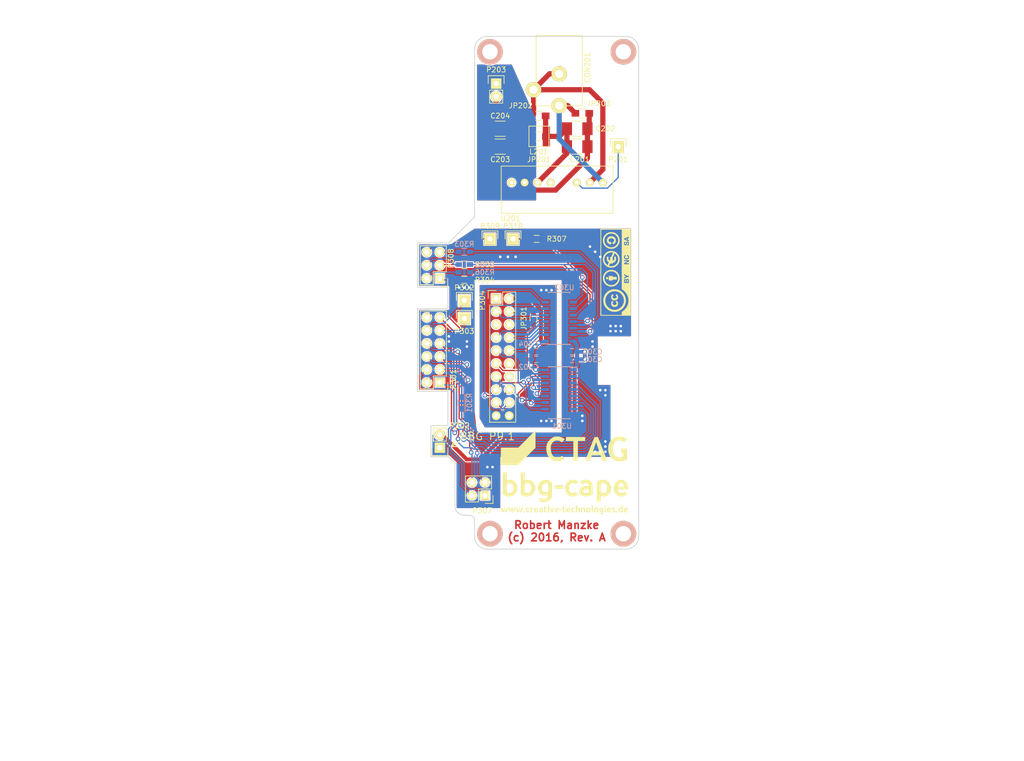
<source format=kicad_pcb>
(kicad_pcb (version 4) (host pcbnew 4.0.1-stable)
  (title_block (title "BBG-Cape for CTAG face 2|4") (date 2016) (rev A) (company www.creative-technologies.de) (comment 1 "Robert Manzke"))
  (layers (0 F.Cu signal) (31 B.Cu signal) (36 B.SilkS user) (37 F.SilkS user) (38 B.Mask user) (39 F.Mask user) (44 Edge.Cuts user))
  (net 0 "")
  (net 1 GNDEXT)
  (net 2 "Net-(C201-Pad1)")
  (net 3 GND)
  (net 4 +5V)
  (net 5 +VEXT)
  (net 6 +3V3D)
  (net 7 "Net-(CON201-Pad1)")
  (net 8 "Net-(CON201-Pad2)")
  (net 9 /digital/RESETIN)
  (net 10 "Net-(JP301-Pad2)")
  (net 11 "Net-(P201-Pad1)")
  (net 12 /digital/BBG_P9.17)
  (net 13 /digital/BBG_P9.18)
  (net 14 /digital/BBG_P9.19)
  (net 15 /digital/BBG_P9.21)
  (net 16 /digital/BBG_P9.22)
  (net 17 /digital/ASDATA1)
  (net 18 /digital/ADCLRCLK)
  (net 19 /digital/DACBCLK)
  (net 20 /digital/ADCBCLK)
  (net 21 /digital/DACLRCLK)
  (net 22 /digital/CIN)
  (net 23 /digital/COUT)
  (net 24 /digital/CLK)
  (net 25 /digital/DSDATA2)
  (net 26 /digital/CLATCH)
  (net 27 /digital/DSDATA1)
  (net 28 /digital/BBG_P9.11)
  (net 29 /digital/BBG_P9.12)
  (net 30 /digital/BBG_P9.13)
  (net 31 /digital/BBG_P9.14)
  (net 32 /digital/BBG_P9.15)
  (net 33 /digital/BBG_P9.16)
  (net 34 /digital/BBG_P9.27)
  (net 35 /digital/BBG_P9.28)
  (net 36 /digital/BBG_P9.29)
  (net 37 /digital/BBG_P9.30)
  (net 38 /digital/BBG_P9.31)
  (net 39 "Net-(P308-Pad6)")
  (net 40 "Net-(P310-Pad1)")
  (net 41 "Net-(R301-Pad1)")
  (net 42 "Net-(R302-Pad1)")
  (net 43 "Net-(R303-Pad1)")
  (net 44 "Net-(R304-Pad1)")
  (net 45 "Net-(R305-Pad1)")
  (net 46 "Net-(R306-Pad1)")
  (net 47 "Net-(R307-Pad1)")
  (net 48 "Net-(P301-Pad10)")
  (module Pin_Headers:Pin_Header_Straight_2x02 (layer F.Cu) (at 111.04 116.54 180)
    (fp_text reference P307 (at 0.54 -2.96 180) (layer F.SilkS))
    (fp_text value BBG_P)
    (pad 1 thru_hole rect (at 0 0 180) (size 1.7272 1.7272) (drill 1.016) (layers *.Cu *.Mask F.SilkS) (net 28 /digital/BBG_P9.11))
    (pad 2 thru_hole oval (at 2.54 0 180) (size 1.7272 1.7272) (drill 1.016) (layers *.Cu *.Mask F.SilkS) (net 31 /digital/BBG_P9.14))
    (pad 3 thru_hole oval (at 0 2.54 180) (size 1.7272 1.7272) (drill 1.016) (layers *.Cu *.Mask F.SilkS) (net 30 /digital/BBG_P9.13))
    (pad 4 thru_hole oval (at 2.54 2.54 180) (size 1.7272 1.7272) (drill 1.016) (layers *.Cu *.Mask F.SilkS) (net 33 /digital/BBG_P9.16))
  )
  (module Pin_Headers:Pin_Header_Straight_2x06 (layer F.Cu) (at 102.235 94.5007 180)
    (fp_text reference P301 (at -2.665 0.6007 270) (layer F.SilkS))
    (fp_text value BBG_CTRL)
    (pad 1 thru_hole rect (at 0 0 180) (size 1.7272 1.7272) (drill 1.016) (layers *.Cu *.Mask F.SilkS) (net 28 /digital/BBG_P9.11))
    (pad 2 thru_hole oval (at 2.54 0 180) (size 1.7272 1.7272) (drill 1.016) (layers *.Cu *.Mask F.SilkS) (net 29 /digital/BBG_P9.12))
    (pad 3 thru_hole oval (at 0 2.54 180) (size 1.7272 1.7272) (drill 1.016) (layers *.Cu *.Mask F.SilkS) (net 30 /digital/BBG_P9.13))
    (pad 4 thru_hole oval (at 2.54 2.54 180) (size 1.7272 1.7272) (drill 1.016) (layers *.Cu *.Mask F.SilkS) (net 31 /digital/BBG_P9.14))
    (pad 5 thru_hole oval (at 0 5.08 180) (size 1.7272 1.7272) (drill 1.016) (layers *.Cu *.Mask F.SilkS) (net 32 /digital/BBG_P9.15))
    (pad 6 thru_hole oval (at 2.54 5.08 180) (size 1.7272 1.7272) (drill 1.016) (layers *.Cu *.Mask F.SilkS) (net 33 /digital/BBG_P9.16))
    (pad 7 thru_hole oval (at 0 7.62 180) (size 1.7272 1.7272) (drill 1.016) (layers *.Cu *.Mask F.SilkS) (net 12 /digital/BBG_P9.17))
    (pad 8 thru_hole oval (at 2.54 7.62 180) (size 1.7272 1.7272) (drill 1.016) (layers *.Cu *.Mask F.SilkS) (net 13 /digital/BBG_P9.18))
    (pad 9 thru_hole oval (at 0 10.16 180) (size 1.7272 1.7272) (drill 1.016) (layers *.Cu *.Mask F.SilkS) (net 14 /digital/BBG_P9.19))
    (pad 10 thru_hole oval (at 2.54 10.16 180) (size 1.7272 1.7272) (drill 1.016) (layers *.Cu *.Mask F.SilkS) (net 48 "Net-(P301-Pad10)"))
    (pad 11 thru_hole oval (at 0 12.7 180) (size 1.7272 1.7272) (drill 1.016) (layers *.Cu *.Mask F.SilkS) (net 15 /digital/BBG_P9.21))
    (pad 12 thru_hole oval (at 2.54 12.7 180) (size 1.7272 1.7272) (drill 1.016) (layers *.Cu *.Mask F.SilkS) (net 16 /digital/BBG_P9.22))
  )
  (module Pin_Headers:Pin_Header_Straight_2x03 (layer F.Cu) (at 102.2223 74.1807 180)
    (fp_text reference P308 (at -2.1777 3.8807 270) (layer F.SilkS))
    (fp_text value BBG_I2S)
    (pad 1 thru_hole rect (at 0 0 180) (size 1.7272 1.7272) (drill 1.016) (layers *.Cu *.Mask F.SilkS) (net 34 /digital/BBG_P9.27))
    (pad 2 thru_hole oval (at 2.54 0 180) (size 1.7272 1.7272) (drill 1.016) (layers *.Cu *.Mask F.SilkS) (net 35 /digital/BBG_P9.28))
    (pad 3 thru_hole oval (at 0 2.54 180) (size 1.7272 1.7272) (drill 1.016) (layers *.Cu *.Mask F.SilkS) (net 36 /digital/BBG_P9.29))
    (pad 4 thru_hole oval (at 2.54 2.54 180) (size 1.7272 1.7272) (drill 1.016) (layers *.Cu *.Mask F.SilkS) (net 37 /digital/BBG_P9.30))
    (pad 5 thru_hole oval (at 0 5.08 180) (size 1.7272 1.7272) (drill 1.016) (layers *.Cu *.Mask F.SilkS) (net 38 /digital/BBG_P9.31))
    (pad 6 thru_hole oval (at 2.54 5.08 180) (size 1.7272 1.7272) (drill 1.016) (layers *.Cu *.Mask F.SilkS) (net 39 "Net-(P308-Pad6)"))
  )
  (module Pin_Headers:Pin_Header_Straight_2x10 (layer F.Cu) (at 113.21 78.12)
    (fp_text reference P304 (at -2.71 0.38 90) (layer F.SilkS))
    (fp_text value AD1938)
    (pad 1 thru_hole rect (at 0 0) (size 1.7272 1.7272) (drill 1.016) (layers *.Cu *.Mask F.SilkS))
    (pad 2 thru_hole oval (at 2.54 0) (size 1.7272 1.7272) (drill 1.016) (layers *.Cu *.Mask F.SilkS) (net 6 +3V3D))
    (pad 3 thru_hole oval (at 0 2.54) (size 1.7272 1.7272) (drill 1.016) (layers *.Cu *.Mask F.SilkS) (net 17 /digital/ASDATA1))
    (pad 4 thru_hole oval (at 2.54 2.54) (size 1.7272 1.7272) (drill 1.016) (layers *.Cu *.Mask F.SilkS) (net 10 "Net-(JP301-Pad2)"))
    (pad 5 thru_hole oval (at 0 5.08) (size 1.7272 1.7272) (drill 1.016) (layers *.Cu *.Mask F.SilkS))
    (pad 6 thru_hole oval (at 2.54 5.08) (size 1.7272 1.7272) (drill 1.016) (layers *.Cu *.Mask F.SilkS))
    (pad 7 thru_hole oval (at 0 7.62) (size 1.7272 1.7272) (drill 1.016) (layers *.Cu *.Mask F.SilkS) (net 18 /digital/ADCLRCLK))
    (pad 8 thru_hole oval (at 2.54 7.62) (size 1.7272 1.7272) (drill 1.016) (layers *.Cu *.Mask F.SilkS) (net 19 /digital/DACBCLK))
    (pad 9 thru_hole oval (at 0 10.16) (size 1.7272 1.7272) (drill 1.016) (layers *.Cu *.Mask F.SilkS) (net 20 /digital/ADCBCLK))
    (pad 10 thru_hole oval (at 2.54 10.16) (size 1.7272 1.7272) (drill 1.016) (layers *.Cu *.Mask F.SilkS) (net 21 /digital/DACLRCLK))
    (pad 11 thru_hole oval (at 0 12.7) (size 1.7272 1.7272) (drill 1.016) (layers *.Cu *.Mask F.SilkS) (net 22 /digital/CIN))
    (pad 12 thru_hole oval (at 2.54 12.7) (size 1.7272 1.7272) (drill 1.016) (layers *.Cu *.Mask F.SilkS))
    (pad 13 thru_hole oval (at 0 15.24) (size 1.7272 1.7272) (drill 1.016) (layers *.Cu *.Mask F.SilkS) (net 23 /digital/COUT))
    (pad 14 thru_hole oval (at 2.54 15.24) (size 1.7272 1.7272) (drill 1.016) (layers *.Cu *.Mask F.SilkS))
    (pad 15 thru_hole oval (at 0 17.78) (size 1.7272 1.7272) (drill 1.016) (layers *.Cu *.Mask F.SilkS) (net 24 /digital/CLK))
    (pad 16 thru_hole oval (at 2.54 17.78) (size 1.7272 1.7272) (drill 1.016) (layers *.Cu *.Mask F.SilkS) (net 25 /digital/DSDATA2))
    (pad 17 thru_hole oval (at 0 20.32) (size 1.7272 1.7272) (drill 1.016) (layers *.Cu *.Mask F.SilkS) (net 26 /digital/CLATCH))
    (pad 18 thru_hole oval (at 2.54 20.32) (size 1.7272 1.7272) (drill 1.016) (layers *.Cu *.Mask F.SilkS) (net 27 /digital/DSDATA1))
    (pad 19 thru_hole oval (at 0 22.86) (size 1.7272 1.7272) (drill 1.016) (layers *.Cu *.Mask F.SilkS) (net 3 GND))
    (pad 20 thru_hole oval (at 2.54 22.86) (size 1.7272 1.7272) (drill 1.016) (layers *.Cu *.Mask F.SilkS) (net 3 GND))
  )
  (module Capacitors_SMD:C_1210_HandSoldering (layer F.Cu) (at 129 48.5)
    (fp_text reference C201 (at 0.5 2.5) (layer F.SilkS))
    (fp_text value C)
    (pad 1 smd rect (at -2 0) (size 2 2.5) (layers F.Cu F.Mask) (net 2 "Net-(C201-Pad1)"))
    (pad 2 smd rect (at 2 0) (size 2 2.5) (layers F.Cu F.Mask) (net 3 GND))
  )
  (module Capacitors_SMD:C_1210_HandSoldering (layer F.Cu) (at 129 45)
    (fp_text reference C202 (at 5.5 0) (layer F.SilkS))
    (fp_text value C)
    (pad 1 smd rect (at -2 0) (size 2 2.5) (layers F.Cu F.Mask) (net 2 "Net-(C201-Pad1)"))
    (pad 2 smd rect (at 2 0) (size 2 2.5) (layers F.Cu F.Mask) (net 3 GND))
  )
  (module Capacitors_SMD:C_1210_HandSoldering (layer F.Cu) (at 114 48.5 180)
    (fp_text reference C203 (at 0 -2.5 180) (layer F.SilkS))
    (fp_text value C)
    (pad 1 smd rect (at -2 0 180) (size 2 2.5) (layers F.Cu F.Mask) (net 4 +5V))
    (pad 2 smd rect (at 2 0 180) (size 2 2.5) (layers F.Cu F.Mask) (net 3 GND))
  )
  (module Capacitors_SMD:C_1210_HandSoldering (layer F.Cu) (at 114 45 180)
    (fp_text reference C204 (at 0 2.5 180) (layer F.SilkS))
    (fp_text value C)
    (pad 1 smd rect (at -2 0 180) (size 2 2.5) (layers F.Cu F.Mask) (net 4 +5V))
    (pad 2 smd rect (at 2 0 180) (size 2 2.5) (layers F.Cu F.Mask) (net 3 GND))
  )
  (module Capacitors_SMD:C_0603_HandSoldering (layer B.Cu) (at 128 90 180)
    (fp_text reference C301 (at -4 0 180) (layer B.SilkS) (effects (justify mirror)))
    (fp_text value 100n)
    (pad 1 smd rect (at -0.95 0 180) (size 1.2 0.75) (layers B.Cu B.Mask) (net 5 +VEXT))
    (pad 2 smd rect (at 0.95 0 180) (size 1.2 0.75) (layers B.Cu B.Mask) (net 1 GNDEXT))
  )
  (module Capacitors_SMD:C_0603_HandSoldering (layer B.Cu) (at 121 90)
    (fp_text reference C302 (at -1.5 1.5) (layer B.SilkS) (effects (justify mirror)))
    (fp_text value 100n)
    (pad 1 smd rect (at -0.95 0) (size 1.2 0.75) (layers B.Cu B.Mask) (net 6 +3V3D))
    (pad 2 smd rect (at 0.95 0) (size 1.2 0.75) (layers B.Cu B.Mask) (net 3 GND))
  )
  (module Capacitors_SMD:C_0603_HandSoldering (layer B.Cu) (at 128 88.5 180)
    (fp_text reference C303 (at -4 0 180) (layer B.SilkS) (effects (justify mirror)))
    (fp_text value 100n)
    (pad 1 smd rect (at -0.95 0 180) (size 1.2 0.75) (layers B.Cu B.Mask) (net 5 +VEXT))
    (pad 2 smd rect (at 0.95 0 180) (size 1.2 0.75) (layers B.Cu B.Mask) (net 1 GNDEXT))
  )
  (module Capacitors_SMD:C_0603_HandSoldering (layer B.Cu) (at 121 88.5)
    (fp_text reference C304 (at -1.5 -1.5) (layer B.SilkS) (effects (justify mirror)))
    (fp_text value 100n)
    (pad 1 smd rect (at -0.95 0) (size 1.2 0.75) (layers B.Cu B.Mask) (net 6 +3V3D))
    (pad 2 smd rect (at 0.95 0) (size 1.2 0.75) (layers B.Cu B.Mask) (net 3 GND))
  )
  (module modules:BARELL_CLIFF_DC10L (layer F.Cu) (at 125.5 40.5 180)
    (fp_text reference CON201 (at -5.5 7.4 270) (layer F.SilkS))
    (fp_text value BARREL_JACK)
    (pad 1 thru_hole circle (at 0 0 180) (size 3 3) (drill 1.6) (layers *.Cu *.Mask F.SilkS) (net 7 "Net-(CON201-Pad1)"))
    (pad 3 thru_hole circle (at 0 6.2 180) (size 3 3) (drill 1.6) (layers *.Cu *.Mask F.SilkS) (net 8 "Net-(CON201-Pad2)"))
    (pad 2 thru_hole circle (at 5 3.1 180) (size 3 3) (drill 1.6) (layers *.Cu *.Mask F.SilkS) (net 8 "Net-(CON201-Pad2)"))
  )
  (module modules:Hole_3mm (layer F.Cu) (at 138 124)
    (fp_text reference H101 hide)
    (fp_text value Hole hide)
    (pad 1 thru_hole circle (at 0 0) (size 5 5) (drill 3) (layers *.Cu *.SilkS))
  )
  (module modules:Hole_3mm (layer F.Cu) (at 138 30)
    (fp_text reference H102 hide)
    (fp_text value Hole hide)
    (pad 1 thru_hole circle (at 0 0) (size 5 5) (drill 3) (layers *.Cu *.SilkS))
  )
  (module modules:Hole_3mm (layer F.Cu) (at 112 30)
    (fp_text reference H103 hide)
    (fp_text value Hole hide)
    (pad 1 thru_hole circle (at 0 0) (size 5 5) (drill 3) (layers *.Cu *.SilkS))
  )
  (module modules:Hole_3mm (layer F.Cu) (at 112 124)
    (fp_text reference H104 hide)
    (fp_text value Hole hide)
    (pad 1 thru_hole circle (at 0 0) (size 5 5) (drill 3) (layers *.Cu *.SilkS))
  )
  (module Resistors_SMD:R_0805_HandSoldering (layer F.Cu) (at 121.55 46.52 180)
    (fp_text reference JP201 (at 0 -4.48 180) (layer F.SilkS))
    (fp_text value Jumper_NC_Small)
    (pad 1 smd rect (at -1.35 0 180) (size 1.5 1.3) (layers F.Cu F.Mask) (net 2 "Net-(C201-Pad1)"))
    (pad 2 smd rect (at 1.35 0 180) (size 1.5 1.3) (layers F.Cu F.Mask) (net 4 +5V))
  )
  (module Resistors_SMD:R_0603_HandSoldering (layer F.Cu) (at 120.5 82 90)
    (fp_text reference JP301 (at 0 -1.9 90) (layer F.SilkS))
    (fp_text value Jumper_NC_Small)
    (pad 1 smd rect (at -1.1 0 90) (size 1.2 0.9) (layers F.Cu F.Mask) (net 9 /digital/RESETIN))
    (pad 2 smd rect (at 1.1 0 90) (size 1.2 0.9) (layers F.Cu F.Mask) (net 10 "Net-(JP301-Pad2)"))
  )
  (module modules:LPS4018 (layer F.Cu) (at 123 46.5 180)
    (fp_text reference L201 (at 1.5 -3 180) (layer F.SilkS))
    (fp_text value tbd)
    (pad 1 smd trapezoid (at 0 0 180) (size 1.42 3.89) (layers F.Cu F.Mask) (net 2 "Net-(C201-Pad1)"))
    (pad 2 smd trapezoid (at 2.9 0 180) (size 1.42 3.89) (layers F.Cu F.Mask) (net 4 +5V))
  )
  (module Pin_Headers:Pin_Header_Straight_1x01 (layer F.Cu) (at 137 48.5)
    (fp_text reference P201 (at 0 2.5) (layer F.SilkS))
    (fp_text value CTRL)
    (pad 1 thru_hole rect (at 0 0) (size 2.2352 2.2352) (drill 1.016) (layers *.Cu *.Mask F.SilkS) (net 11 "Net-(P201-Pad1)"))
  )
  (module Pin_Headers:Pin_Header_Straight_1x02 (layer F.Cu) (at 102.235 107.2134 180)
    (fp_text reference P202 (at -3.865 4.3134 180) (layer F.SilkS))
    (fp_text value BBG_PWR)
    (pad 1 thru_hole rect (at 0 0 180) (size 2.032 2.032) (drill 1.016) (layers *.Cu *.Mask F.SilkS) (net 1 GNDEXT))
    (pad 2 thru_hole oval (at 0 2.54 180) (size 2.032 2.032) (drill 1.016) (layers *.Cu *.Mask F.SilkS) (net 5 +VEXT))
  )
  (module Pin_Headers:Pin_Header_Straight_1x01 (layer F.Cu) (at 107 78.5)
    (fp_text reference P302 (at 0 -2.5) (layer F.SilkS))
    (fp_text value BBG_P9.20)
    (pad 1 thru_hole rect (at 0 0) (size 2.2352 2.2352) (drill 1.016) (layers *.Cu *.Mask F.SilkS) (net 48 "Net-(P301-Pad10)"))
  )
  (module Pin_Headers:Pin_Header_Straight_1x01 (layer F.Cu) (at 107 82)
    (fp_text reference P303 (at 0 2.5) (layer F.SilkS))
    (fp_text value BBG_P9.19)
    (pad 1 thru_hole rect (at 0 0) (size 2.2352 2.2352) (drill 1.016) (layers *.Cu *.Mask F.SilkS) (net 14 /digital/BBG_P9.19))
  )
  (module Pin_Headers:Pin_Header_Straight_1x01 (layer F.Cu) (at 112 66.5)
    (fp_text reference P309 (at 0 -2.5) (layer F.SilkS))
    (fp_text value BBG_P9.32)
    (pad 1 thru_hole rect (at 0 0) (size 2.2352 2.2352) (drill 1.016) (layers *.Cu *.Mask F.SilkS) (net 39 "Net-(P308-Pad6)"))
  )
  (module Pin_Headers:Pin_Header_Straight_1x01 (layer F.Cu) (at 116.5 66.5)
    (fp_text reference P310 (at 0 -2.5) (layer F.SilkS))
    (fp_text value DSDATA2)
    (pad 1 thru_hole rect (at 0 0) (size 2.2352 2.2352) (drill 1.016) (layers *.Cu *.Mask F.SilkS) (net 40 "Net-(P310-Pad1)"))
  )
  (module Resistors_SMD:R_0603_HandSoldering (layer B.Cu) (at 106.5 98.5 90)
    (fp_text reference R301 (at 0 1.5 90) (layer B.SilkS) (effects (justify mirror)))
    (fp_text value 51)
    (pad 1 smd rect (at -1.1 0 90) (size 1.2 0.9) (layers B.Cu B.Mask) (net 41 "Net-(R301-Pad1)"))
    (pad 2 smd rect (at 1.1 0 90) (size 1.2 0.9) (layers B.Cu B.Mask) (net 29 /digital/BBG_P9.12))
  )
  (module Resistors_SMD:R_0603_HandSoldering (layer F.Cu) (at 107 71.5 180)
    (fp_text reference R302 (at -4 0 180) (layer F.SilkS))
    (fp_text value 51)
    (pad 1 smd rect (at -1.1 0 180) (size 1.2 0.9) (layers F.Cu F.Mask) (net 42 "Net-(R302-Pad1)"))
    (pad 2 smd rect (at 1.1 0 180) (size 1.2 0.9) (layers F.Cu F.Mask) (net 36 /digital/BBG_P9.29))
  )
  (module Resistors_SMD:R_0603_HandSoldering (layer B.Cu) (at 107 69 180)
    (fp_text reference R303 (at 0 1.5 180) (layer B.SilkS) (effects (justify mirror)))
    (fp_text value 51)
    (pad 1 smd rect (at -1.1 0 180) (size 1.2 0.9) (layers B.Cu B.Mask) (net 43 "Net-(R303-Pad1)"))
    (pad 2 smd rect (at 1.1 0 180) (size 1.2 0.9) (layers B.Cu B.Mask) (net 38 /digital/BBG_P9.31))
  )
  (module Resistors_SMD:R_0603_HandSoldering (layer F.Cu) (at 107 74.5 180)
    (fp_text reference R304 (at -4 0 180) (layer F.SilkS))
    (fp_text value 51)
    (pad 1 smd rect (at -1.1 0 180) (size 1.2 0.9) (layers F.Cu F.Mask) (net 44 "Net-(R304-Pad1)"))
    (pad 2 smd rect (at 1.1 0 180) (size 1.2 0.9) (layers F.Cu F.Mask) (net 34 /digital/BBG_P9.27))
  )
  (module Resistors_SMD:R_0603_HandSoldering (layer B.Cu) (at 107 71.5 180)
    (fp_text reference R305 (at -4 0 180) (layer B.SilkS) (effects (justify mirror)))
    (fp_text value 51)
    (pad 1 smd rect (at -1.1 0 180) (size 1.2 0.9) (layers B.Cu B.Mask) (net 45 "Net-(R305-Pad1)"))
    (pad 2 smd rect (at 1.1 0 180) (size 1.2 0.9) (layers B.Cu B.Mask) (net 37 /digital/BBG_P9.30))
  )
  (module Resistors_SMD:R_0603_HandSoldering (layer B.Cu) (at 107 73 180)
    (fp_text reference R306 (at -4 0 180) (layer B.SilkS) (effects (justify mirror)))
    (fp_text value 51)
    (pad 1 smd rect (at -1.1 0 180) (size 1.2 0.9) (layers B.Cu B.Mask) (net 46 "Net-(R306-Pad1)"))
    (pad 2 smd rect (at 1.1 0 180) (size 1.2 0.9) (layers B.Cu B.Mask) (net 35 /digital/BBG_P9.28))
  )
  (module Resistors_SMD:R_0603_HandSoldering (layer F.Cu) (at 121.1 66.5 180)
    (fp_text reference R307 (at -3.9 0 180) (layer F.SilkS))
    (fp_text value 51)
    (pad 1 smd rect (at -1.1 0 180) (size 1.2 0.9) (layers F.Cu F.Mask) (net 47 "Net-(R307-Pad1)"))
    (pad 2 smd rect (at 1.1 0 180) (size 1.2 0.9) (layers F.Cu F.Mask) (net 40 "Net-(P310-Pad1)"))
  )
  (module modules:RS3-0505 (layer F.Cu) (at 134 55.5 180)
    (fp_text reference U201 (at 18 -7 180) (layer F.SilkS))
    (fp_text value RS3-0505)
    (pad 1 thru_hole circle (at 0 0 180) (size 1.524 1.524) (drill 0.762) (layers *.Cu *.Mask F.SilkS) (net 7 "Net-(CON201-Pad1)"))
    (pad 2 thru_hole circle (at 2.54 0 180) (size 1.524 1.524) (drill 0.762) (layers *.Cu *.Mask F.SilkS) (net 8 "Net-(CON201-Pad2)"))
    (pad 3 thru_hole circle (at 5.08 0 180) (size 1.524 1.524) (drill 0.762) (layers *.Cu *.Mask F.SilkS) (net 11 "Net-(P201-Pad1)"))
    (pad 5 thru_hole circle (at 10.16 0 180) (size 1.524 1.524) (drill 0.762) (layers *.Cu *.Mask F.SilkS))
    (pad 6 thru_hole circle (at 12.7 0 180) (size 1.524 1.524) (drill 0.762) (layers *.Cu *.Mask F.SilkS) (net 2 "Net-(C201-Pad1)"))
    (pad 7 thru_hole circle (at 15.24 0 180) (size 1.524 1.524) (drill 0.762) (layers *.Cu *.Mask F.SilkS) (net 3 GND))
    (pad 8 thru_hole circle (at 17.78 0 180) (size 1.524 1.524) (drill 0.762) (layers *.Cu *.Mask F.SilkS))
  )
  (module Housings_SOIC:SOIC-16_3.9x9.9mm_Pitch1.27mm (layer B.Cu) (at 125.5 96.5 180)
    (fp_text reference U301 (at -0.5 -6.5 180) (layer B.SilkS) (effects (justify mirror)))
    (fp_text value SI8662BC)
    (pad 1 smd rect (at -2.7 4.445 180) (size 1.5 0.6) (layers B.Cu B.Mask) (net 5 +VEXT))
    (pad 2 smd rect (at -2.7 3.175 180) (size 1.5 0.6) (layers B.Cu B.Mask) (net 12 /digital/BBG_P9.17))
    (pad 3 smd rect (at -2.7 1.905 180) (size 1.5 0.6) (layers B.Cu B.Mask) (net 16 /digital/BBG_P9.22))
    (pad 4 smd rect (at -2.7 0.635 180) (size 1.5 0.6) (layers B.Cu B.Mask) (net 13 /digital/BBG_P9.18))
    (pad 5 smd rect (at -2.7 -0.635 180) (size 1.5 0.6) (layers B.Cu B.Mask) (net 32 /digital/BBG_P9.15))
    (pad 6 smd rect (at -2.7 -1.905 180) (size 1.5 0.6) (layers B.Cu B.Mask) (net 15 /digital/BBG_P9.21))
    (pad 7 smd rect (at -2.7 -3.175 180) (size 1.5 0.6) (layers B.Cu B.Mask) (net 41 "Net-(R301-Pad1)"))
    (pad 8 smd rect (at -2.7 -4.445 180) (size 1.5 0.6) (layers B.Cu B.Mask) (net 1 GNDEXT))
    (pad 9 smd rect (at 2.7 -4.445 180) (size 1.5 0.6) (layers B.Cu B.Mask) (net 3 GND))
    (pad 10 smd rect (at 2.7 -3.175 180) (size 1.5 0.6) (layers B.Cu B.Mask) (net 20 /digital/ADCBCLK))
    (pad 11 smd rect (at 2.7 -1.905 180) (size 1.5 0.6) (layers B.Cu B.Mask) (net 23 /digital/COUT))
    (pad 12 smd rect (at 2.7 -0.635 180) (size 1.5 0.6) (layers B.Cu B.Mask) (net 9 /digital/RESETIN))
    (pad 13 smd rect (at 2.7 0.635 180) (size 1.5 0.6) (layers B.Cu B.Mask) (net 22 /digital/CIN))
    (pad 14 smd rect (at 2.7 1.905 180) (size 1.5 0.6) (layers B.Cu B.Mask) (net 24 /digital/CLK))
    (pad 15 smd rect (at 2.7 3.175 180) (size 1.5 0.6) (layers B.Cu B.Mask) (net 26 /digital/CLATCH))
    (pad 16 smd rect (at 2.7 4.445 180) (size 1.5 0.6) (layers B.Cu B.Mask) (net 6 +3V3D))
  )
  (module Housings_SOIC:SOIC-16_3.9x9.9mm_Pitch1.27mm (layer B.Cu) (at 125.5 82)
    (fp_text reference U302 (at 1 -6) (layer B.SilkS) (effects (justify mirror)))
    (fp_text value SI8662BC)
    (pad 1 smd rect (at -2.7 4.445) (size 1.5 0.6) (layers B.Cu B.Mask) (net 6 +3V3D))
    (pad 2 smd rect (at -2.7 3.175) (size 1.5 0.6) (layers B.Cu B.Mask) (net 21 /digital/DACLRCLK))
    (pad 3 smd rect (at -2.7 1.905) (size 1.5 0.6) (layers B.Cu B.Mask) (net 19 /digital/DACBCLK))
    (pad 4 smd rect (at -2.7 0.635) (size 1.5 0.6) (layers B.Cu B.Mask) (net 18 /digital/ADCLRCLK))
    (pad 5 smd rect (at -2.7 -0.635) (size 1.5 0.6) (layers B.Cu B.Mask) (net 17 /digital/ASDATA1))
    (pad 6 smd rect (at -2.7 -1.905) (size 1.5 0.6) (layers B.Cu B.Mask) (net 27 /digital/DSDATA1))
    (pad 7 smd rect (at -2.7 -3.175) (size 1.5 0.6) (layers B.Cu B.Mask) (net 25 /digital/DSDATA2))
    (pad 8 smd rect (at -2.7 -4.445) (size 1.5 0.6) (layers B.Cu B.Mask) (net 3 GND))
    (pad 9 smd rect (at 2.7 -4.445) (size 1.5 0.6) (layers B.Cu B.Mask) (net 1 GNDEXT))
    (pad 10 smd rect (at 2.7 -3.175) (size 1.5 0.6) (layers B.Cu B.Mask) (net 47 "Net-(R307-Pad1)"))
    (pad 11 smd rect (at 2.7 -1.905) (size 1.5 0.6) (layers B.Cu B.Mask) (net 46 "Net-(R306-Pad1)"))
    (pad 12 smd rect (at 2.7 -0.635) (size 1.5 0.6) (layers B.Cu B.Mask) (net 45 "Net-(R305-Pad1)"))
    (pad 13 smd rect (at 2.7 0.635) (size 1.5 0.6) (layers B.Cu B.Mask) (net 44 "Net-(R304-Pad1)"))
    (pad 14 smd rect (at 2.7 1.905) (size 1.5 0.6) (layers B.Cu B.Mask) (net 43 "Net-(R303-Pad1)"))
    (pad 15 smd rect (at 2.7 3.175) (size 1.5 0.6) (layers B.Cu B.Mask) (net 42 "Net-(R302-Pad1)"))
    (pad 16 smd rect (at 2.7 4.445) (size 1.5 0.6) (layers B.Cu B.Mask) (net 5 +VEXT))
  )
  (module Pin_Headers:Pin_Header_Straight_1x02 (layer F.Cu) (at 113.21 36.21)
    (fp_text reference P203 (at 0 -2.71) (layer F.SilkS))
    (fp_text value PWR)
    (pad 1 thru_hole rect (at 0 0) (size 2.032 2.032) (drill 1.016) (layers *.Cu *.Mask F.SilkS) (net 3 GND))
    (pad 2 thru_hole oval (at 0 2.54) (size 2.032 2.032) (drill 1.016) (layers *.Cu *.Mask F.SilkS) (net 4 +5V))
  )
  (module Resistors_SMD:R_0805_HandSoldering (layer F.Cu) (at 121.5 42.5)
    (fp_text reference JP202 (at -3.5 -2) (layer F.SilkS))
    (fp_text value Jumper_NC_Small)
    (pad 1 smd rect (at -1.35 0) (size 1.5 1.3) (layers F.Cu F.Mask) (net 8 "Net-(CON201-Pad2)"))
    (pad 2 smd rect (at 1.35 0) (size 1.5 1.3) (layers F.Cu F.Mask) (net 2 "Net-(C201-Pad1)"))
  )
  (module Resistors_SMD:R_0805_HandSoldering (layer F.Cu) (at 130 42)
    (fp_text reference JP203 (at 3.2 -1.9) (layer F.SilkS))
    (fp_text value Jumper_NC_Small)
    (pad 1 smd rect (at -1.35 0) (size 1.5 1.3) (layers F.Cu F.Mask) (net 7 "Net-(CON201-Pad1)"))
    (pad 2 smd rect (at 1.35 0) (size 1.5 1.3) (layers F.Cu F.Mask) (net 3 GND))
  )
  (module modules:bbg-module-smallest (layer F.Cu) (at 126.5 112)
    (fp_text reference G*** hide)
    (fp_text value LOGO hide)
  )
  (module modules:cc-logo (layer F.Cu) (at 136.5 73 90)
    (fp_text reference G*** hide)
    (fp_text value LOGO hide)
  )
  (gr_line (start 104.5 107) (end 105.5 107) (layer F.SilkS) (width 0.2))
  (gr_line (start 105 106) (end 104.5 107) (layer F.SilkS) (width 0.2))
  (gr_line (start 104.5 107) (end 105 106) (layer F.SilkS) (width 0.2))
  (gr_line (start 106 106) (end 104.5 107) (layer F.SilkS) (width 0.2))
  (gr_text "Robert Manzke\n(c) 2016, Rev. A" (at 125 123.5) (layer F.Cu) (effects (font (size 1.5 1.5) (thickness 0.3))))
  (gr_line (start 109 62.2) (end 109 29.5) (angle 90) (layer Edge.Cuts) (width 0.15))
  (gr_line (start 103.9 67.3) (end 109 62.2) (angle 90) (layer Edge.Cuts) (width 0.15))
  (gr_line (start 105.2 110.2) (end 105.2 110.4) (angle 90) (layer Edge.Cuts) (width 0.15))
  (gr_line (start 104 109) (end 105.2 110.2) (angle 90) (layer Edge.Cuts) (width 0.15))
  (gr_line (start 100.5 109) (end 104 109) (angle 90) (layer Edge.Cuts) (width 0.15))
  (gr_line (start 100.5 102.9) (end 100.5 109) (angle 90) (layer Edge.Cuts) (width 0.15))
  (gr_line (start 103.8 102.9) (end 100.5 102.9) (angle 90) (layer Edge.Cuts) (width 0.15))
  (gr_line (start 103.8 96.2) (end 103.8 102.9) (angle 90) (layer Edge.Cuts) (width 0.15))
  (gr_line (start 97.9 96.2) (end 103.8 96.2) (angle 90) (layer Edge.Cuts) (width 0.15))
  (gr_line (start 97.9 80.1) (end 97.9 96.2) (angle 90) (layer Edge.Cuts) (width 0.15))
  (gr_line (start 103.8 80.1) (end 97.9 80.1) (angle 90) (layer Edge.Cuts) (width 0.15))
  (gr_line (start 103.8 75.9) (end 103.8 80.1) (angle 90) (layer Edge.Cuts) (width 0.15))
  (gr_line (start 97.9 75.9) (end 103.8 75.9) (angle 90) (layer Edge.Cuts) (width 0.15))
  (gr_line (start 97.9 67.3) (end 97.9 75.9) (angle 90) (layer Edge.Cuts) (width 0.15))
  (gr_line (start 97.9 67.3) (end 103.9 67.3) (angle 90) (layer Edge.Cuts) (width 0.15))
  (gr_line (start 109 121.4) (end 109 124.5) (angle 90) (layer Edge.Cuts) (width 0.15))
  (gr_line (start 108 120.4) (end 107 120.4) (angle 90) (layer Edge.Cuts) (width 0.15))
  (gr_arc (start 108 121.4) (end 108 120.4) (angle 90) (layer Edge.Cuts) (width 0.15))
  (gr_arc (start 107 118.6) (end 107 120.4) (angle 90) (layer Edge.Cuts) (width 0.15))
  (gr_line (start 105.2 110.4) (end 105.2 118.6) (angle 90) (layer Edge.Cuts) (width 0.15))
  (gr_line (start 138.5 27) (end 111.5 27) (angle 90) (layer Edge.Cuts) (width 0.15))
  (gr_line (start 141 29.5) (end 141 124.5) (angle 90) (layer Edge.Cuts) (width 0.15))
  (gr_line (start 111.5 127) (end 138.5 127) (angle 90) (layer Edge.Cuts) (width 0.15))
  (gr_arc (start 111.5 29.5) (end 109 29.5) (angle 90) (layer Edge.Cuts) (width 0.15))
  (gr_arc (start 138.5 29.5) (end 138.5 27) (angle 90) (layer Edge.Cuts) (width 0.15))
  (gr_arc (start 138.5 124.5) (end 141 124.5) (angle 90) (layer Edge.Cuts) (width 0.15))
  (gr_arc (start 111.5 124.5) (end 111.5 127) (angle 90) (layer Edge.Cuts) (width 0.15))
  (gr_text "BBG P9.1" (at 111.5 105) (layer F.SilkS) (effects (font (size 1.5 1.5) (thickness 0.17))))
  (segment (start 127.05 87.363) (end 127.05 88.5) (width 0.762) (layer B.Cu) (net 1))
  (segment (start 126.865799 87.178799) (end 127.05 87.363) (width 0.762) (layer B.Cu) (net 1))
  (segment (start 126.865799 78.057639) (end 126.865799 87.178799) (width 0.762) (layer B.Cu) (net 1))
  (segment (start 127.368438 77.555) (end 126.865799 78.057639) (width 0.762) (layer B.Cu) (net 1))
  (segment (start 128.2 77.555) (end 127.368438 77.555) (width 0.762) (layer B.Cu) (net 1))
  (segment (start 127.05 88.5) (end 127.05 90) (width 0.762) (layer B.Cu) (net 1))
  (segment (start 127.368438 100.945) (end 128.2 100.945) (width 0.762) (layer B.Cu) (net 1))
  (segment (start 126.865799 100.442361) (end 127.368438 100.945) (width 0.762) (layer B.Cu) (net 1))
  (segment (start 126.865799 91.321201) (end 126.865799 100.442361) (width 0.762) (layer B.Cu) (net 1))
  (segment (start 127.05 91.137) (end 126.865799 91.321201) (width 0.762) (layer B.Cu) (net 1))
  (segment (start 127.05 90) (end 127.05 91.137) (width 0.762) (layer B.Cu) (net 1))
  (segment (start 128.145 101) (end 128.2 100.945) (width 0.762) (layer B.Cu) (net 1))
  (via (at 130 101) (size 0.889) (drill 0.508) (layers F.Cu B.Cu) (net 1))
  (segment (start 128.255 101) (end 128.2 100.945) (width 0.762) (layer B.Cu) (net 1))
  (segment (start 130 101) (end 128.255 101) (width 0.762) (layer B.Cu) (net 1))
  (via (at 130 102) (size 0.889) (drill 0.508) (layers F.Cu B.Cu) (net 1))
  (segment (start 129.255 102) (end 128.2 100.945) (width 0.762) (layer B.Cu) (net 1))
  (segment (start 130 102) (end 129.255 102) (width 0.762) (layer B.Cu) (net 1))
  (segment (start 130 102.628617) (end 130 102) (width 0.762) (layer F.Cu) (net 1))
  (segment (start 130 103.365014) (end 130 102.628617) (width 0.762) (layer F.Cu) (net 1))
  (segment (start 126.865014 106.5) (end 130 103.365014) (width 0.762) (layer F.Cu) (net 1))
  (segment (start 110.5 110.5) (end 114.5 106.5) (width 0.762) (layer F.Cu) (net 1))
  (segment (start 107 110.5) (end 110.5 110.5) (width 0.762) (layer F.Cu) (net 1))
  (segment (start 102.235 107.2134) (end 103.7134 107.2134) (width 0.762) (layer F.Cu) (net 1))
  (segment (start 103.7134 107.2134) (end 107 110.5) (width 0.762) (layer F.Cu) (net 1))
  (segment (start 114.5 106.5) (end 126.865014 106.5) (width 0.762) (layer F.Cu) (net 1))
  (segment (start 130 102) (end 130 101) (width 0.762) (layer F.Cu) (net 1))
  (segment (start 102.235 107.2134) (end 103.2134 107.2134) (width 0.254) (layer F.Cu) (net 1))
  (segment (start 103.2134 107.2134) (end 106.5 110.5) (width 0.254) (layer F.Cu) (net 1))
  (via (at 111.5 111) (size 0.889) (drill 0.508) (layers F.Cu B.Cu) (net 1))
  (segment (start 111 110.5) (end 111.5 111) (width 0.254) (layer F.Cu) (net 1))
  (segment (start 106.5 110.5) (end 111 110.5) (width 0.254) (layer F.Cu) (net 1))
  (via (at 112.5 111) (size 0.889) (drill 0.508) (layers F.Cu B.Cu) (net 1))
  (segment (start 111.5 111) (end 112.5 111) (width 0.254) (layer B.Cu) (net 1))
  (segment (start 112.5 111) (end 112.5 109.5) (width 0.254) (layer F.Cu) (net 1))
  (via (at 132.5 108) (size 0.889) (drill 0.508) (layers F.Cu B.Cu) (net 1))
  (segment (start 114 108) (end 132.5 108) (width 0.254) (layer F.Cu) (net 1))
  (segment (start 112.5 109.5) (end 114 108) (width 0.254) (layer F.Cu) (net 1))
  (via (at 133.5 108) (size 0.889) (drill 0.508) (layers F.Cu B.Cu) (net 1))
  (segment (start 132.5 108) (end 133.5 108) (width 0.254) (layer B.Cu) (net 1))
  (via (at 134.5 108) (size 0.889) (drill 0.508) (layers F.Cu B.Cu) (net 1))
  (segment (start 133.5 108) (end 134.5 108) (width 0.254) (layer F.Cu) (net 1))
  (via (at 134.5 107) (size 0.889) (drill 0.508) (layers F.Cu B.Cu) (net 1))
  (segment (start 134.5 108) (end 134.5 107) (width 0.254) (layer B.Cu) (net 1))
  (via (at 134.5 106) (size 0.889) (drill 0.508) (layers F.Cu B.Cu) (net 1))
  (segment (start 134.5 107) (end 134.5 106) (width 0.254) (layer F.Cu) (net 1))
  (via (at 134.5 97) (size 0.889) (drill 0.508) (layers F.Cu B.Cu) (net 1))
  (segment (start 134.5 106) (end 134.5 97) (width 0.254) (layer B.Cu) (net 1))
  (via (at 134.5 96) (size 0.889) (drill 0.508) (layers F.Cu B.Cu) (net 1))
  (segment (start 134.5 97) (end 134.5 96) (width 0.254) (layer F.Cu) (net 1))
  (via (at 133.5 96) (size 0.889) (drill 0.508) (layers F.Cu B.Cu) (net 1))
  (segment (start 134.5 96) (end 133.5 96) (width 0.254) (layer B.Cu) (net 1))
  (segment (start 133.5 96) (end 132.5 95) (width 0.254) (layer F.Cu) (net 1))
  (via (at 132 87.5) (size 0.889) (drill 0.508) (layers F.Cu B.Cu) (net 1))
  (segment (start 132.5 88) (end 132 87.5) (width 0.254) (layer F.Cu) (net 1))
  (segment (start 132.5 95) (end 132.5 88) (width 0.254) (layer F.Cu) (net 1))
  (via (at 132 86.5) (size 0.889) (drill 0.508) (layers F.Cu B.Cu) (net 1))
  (segment (start 132 87.5) (end 132 86.5) (width 0.254) (layer B.Cu) (net 1))
  (segment (start 132 86.5) (end 132 85.5) (width 0.254) (layer F.Cu) (net 1))
  (via (at 135.5 84.5) (size 0.889) (drill 0.508) (layers F.Cu B.Cu) (net 1))
  (segment (start 133 84.5) (end 135.5 84.5) (width 0.254) (layer F.Cu) (net 1))
  (segment (start 132 85.5) (end 133 84.5) (width 0.254) (layer F.Cu) (net 1))
  (via (at 136.5 84.5) (size 0.889) (drill 0.508) (layers F.Cu B.Cu) (net 1))
  (segment (start 135.5 84.5) (end 136.5 84.5) (width 0.254) (layer B.Cu) (net 1))
  (via (at 137.5 84.5) (size 0.889) (drill 0.508) (layers F.Cu B.Cu) (net 1))
  (segment (start 136.5 84.5) (end 137.5 84.5) (width 0.254) (layer F.Cu) (net 1))
  (via (at 137.5 83.5) (size 0.889) (drill 0.508) (layers F.Cu B.Cu) (net 1))
  (segment (start 137.5 84.5) (end 137.5 83.5) (width 0.254) (layer B.Cu) (net 1))
  (via (at 136.5 83.5) (size 0.889) (drill 0.508) (layers F.Cu B.Cu) (net 1))
  (segment (start 137.5 83.5) (end 136.5 83.5) (width 0.254) (layer F.Cu) (net 1))
  (via (at 135.5 83.5) (size 0.889) (drill 0.508) (layers F.Cu B.Cu) (net 1))
  (segment (start 136.5 83.5) (end 135.5 83.5) (width 0.254) (layer B.Cu) (net 1))
  (segment (start 135.5 83.5) (end 135.5 72) (width 0.254) (layer F.Cu) (net 1))
  (segment (start 132.5 69) (end 132 68.5) (width 0.254) (layer B.Cu) (net 1))
  (segment (start 132 68.5) (end 131.5 68) (width 0.254) (layer F.Cu) (net 1))
  (via (at 131.5 68) (size 0.889) (drill 0.508) (layers F.Cu B.Cu) (net 1))
  (segment (start 135.5 72) (end 133.5 70) (width 0.254) (layer F.Cu) (net 1))
  (via (at 132.5 69) (size 0.889) (drill 0.508) (layers F.Cu B.Cu) (net 1))
  (segment (start 131.5 68) (end 132.5 69) (width 0.254) (layer F.Cu) (net 1))
  (via (at 133.5 70) (size 0.889) (drill 0.508) (layers F.Cu B.Cu) (net 1))
  (segment (start 132.5 69) (end 133.5 70) (width 0.254) (layer F.Cu) (net 1))
  (via (at 114 70) (size 0.889) (drill 0.508) (layers F.Cu B.Cu) (net 1))
  (via (at 115.5 70) (size 0.889) (drill 0.508) (layers F.Cu B.Cu) (net 1))
  (segment (start 114 70) (end 115.5 70) (width 0.254) (layer B.Cu) (net 1))
  (segment (start 115.5 70) (end 117 70) (width 0.254) (layer F.Cu) (net 1))
  (segment (start 125.853408 70.5) (end 117.5 70.5) (width 0.254) (layer F.Cu) (net 1))
  (via (at 117 70) (size 0.889) (drill 0.508) (layers F.Cu B.Cu) (net 1))
  (segment (start 114.5 70.5) (end 116.371383 70.5) (width 0.254) (layer F.Cu) (net 1))
  (segment (start 117.628617 70) (end 117 70) (width 0.254) (layer F.Cu) (net 1))
  (segment (start 121.269799 66.858818) (end 118.128617 70) (width 0.254) (layer F.Cu) (net 1))
  (segment (start 116.371383 70.5) (end 116.5 70.5) (width 0.254) (layer F.Cu) (net 1))
  (segment (start 116 70.5) (end 116.371383 70.5) (width 0.254) (layer F.Cu) (net 1))
  (segment (start 118.128617 70) (end 117.628617 70) (width 0.254) (layer F.Cu) (net 1))
  (segment (start 117.444499 70.444499) (end 117 70) (width 0.254) (layer F.Cu) (net 1))
  (segment (start 114 70) (end 117 70) (width 0.254) (layer F.Cu) (net 1))
  (segment (start 117.5 70.5) (end 117.444499 70.444499) (width 0.254) (layer F.Cu) (net 1))
  (segment (start 116.5 70.5) (end 116.555501 70.444499) (width 0.254) (layer F.Cu) (net 1))
  (segment (start 116.555501 70.444499) (end 117 70) (width 0.254) (layer F.Cu) (net 1))
  (segment (start 131.5 68) (end 129.219799 65.719799) (width 0.254) (layer F.Cu) (net 1))
  (segment (start 129.219799 65.719799) (end 121.335839 65.719799) (width 0.254) (layer F.Cu) (net 1))
  (segment (start 121.335839 65.719799) (end 121.269799 65.785839) (width 0.254) (layer F.Cu) (net 1))
  (segment (start 121.269799 65.785839) (end 121.269799 66.858818) (width 0.254) (layer F.Cu) (net 1))
  (segment (start 107.955638 70) (end 107 70.955638) (width 0.254) (layer B.Cu) (net 1))
  (segment (start 114 70) (end 107.955638 70) (width 0.254) (layer B.Cu) (net 1))
  (segment (start 107 70.955638) (end 107 76) (width 0.254) (layer B.Cu) (net 1))
  (via (at 107 76) (size 0.889) (drill 0.508) (layers F.Cu B.Cu) (net 1))
  (via (at 108 76) (size 0.889) (drill 0.508) (layers F.Cu B.Cu) (net 1))
  (segment (start 107 76) (end 108 76) (width 0.254) (layer F.Cu) (net 1))
  (via (at 106 76) (size 0.889) (drill 0.508) (layers F.Cu B.Cu) (net 1))
  (segment (start 108 76) (end 106 76) (width 0.254) (layer B.Cu) (net 1))
  (segment (start 107.628617 76) (end 108.5 76.871383) (width 0.254) (layer B.Cu) (net 1))
  (segment (start 107 76) (end 107.628617 76) (width 0.254) (layer B.Cu) (net 1))
  (segment (start 108.5 76.871383) (end 108.5 85) (width 0.254) (layer B.Cu) (net 1))
  (via (at 104 85.5) (size 0.889) (drill 0.508) (layers F.Cu B.Cu) (net 1))
  (segment (start 108 85.5) (end 104 85.5) (width 0.254) (layer B.Cu) (net 1))
  (segment (start 108.5 85) (end 108 85.5) (width 0.254) (layer B.Cu) (net 1))
  (via (at 104 86.5) (size 0.889) (drill 0.508) (layers F.Cu B.Cu) (net 1))
  (segment (start 104 86.5) (end 104 85.5) (width 0.254) (layer B.Cu) (net 1))
  (via (at 107.5 86.5) (size 0.889) (drill 0.508) (layers F.Cu B.Cu) (net 1))
  (segment (start 104 86.5) (end 107.5 86.5) (width 0.254) (layer B.Cu) (net 1))
  (via (at 107.5 87.5) (size 0.889) (drill 0.508) (layers F.Cu B.Cu) (net 1))
  (segment (start 107.5 86.5) (end 107.5 87.5) (width 0.254) (layer F.Cu) (net 1))
  (segment (start 125.5 46.5) (end 127 45) (width 1.016) (layer F.Cu) (net 2))
  (segment (start 123 46.5) (end 125.5 46.5) (width 1.016) (layer F.Cu) (net 2))
  (segment (start 127 45) (end 127 48.5) (width 1.016) (layer F.Cu) (net 2))
  (segment (start 127 49.8) (end 121.3 55.5) (width 1.016) (layer F.Cu) (net 2))
  (segment (start 127 48.5) (end 127 49.8) (width 1.016) (layer F.Cu) (net 2))
  (segment (start 122.85 46.35) (end 123 46.5) (width 1.016) (layer F.Cu) (net 2))
  (segment (start 122.85 42.5) (end 122.85 46.35) (width 1.016) (layer F.Cu) (net 2))
  (segment (start 131 48.5) (end 131 45) (width 1.016) (layer F.Cu) (net 3))
  (segment (start 113.21 100.98) (end 115.75 100.98) (width 0.762) (layer B.Cu) (net 3))
  (segment (start 122.765 100.98) (end 122.8 100.945) (width 0.762) (layer B.Cu) (net 3))
  (segment (start 115.75 100.98) (end 122.765 100.98) (width 0.762) (layer B.Cu) (net 3))
  (segment (start 124.312 100.945) (end 124.5 100.757) (width 0.762) (layer B.Cu) (net 3))
  (segment (start 122.8 100.945) (end 124.312 100.945) (width 0.762) (layer B.Cu) (net 3))
  (segment (start 123.312 90) (end 121.95 90) (width 0.762) (layer B.Cu) (net 3))
  (segment (start 124.5 91.188) (end 123.312 90) (width 0.762) (layer B.Cu) (net 3))
  (segment (start 124.5 100.757) (end 124.5 91.188) (width 0.762) (layer B.Cu) (net 3))
  (segment (start 121.95 90) (end 121.95 88.5) (width 0.762) (layer B.Cu) (net 3))
  (segment (start 123.312 88.5) (end 124.5 87.312) (width 0.762) (layer B.Cu) (net 3))
  (segment (start 121.95 88.5) (end 123.312 88.5) (width 0.762) (layer B.Cu) (net 3))
  (segment (start 124.312 77.555) (end 122.8 77.555) (width 0.762) (layer B.Cu) (net 3))
  (segment (start 124.5 77.743) (end 124.312 77.555) (width 0.762) (layer B.Cu) (net 3))
  (segment (start 124.5 87.312) (end 124.5 77.743) (width 0.762) (layer B.Cu) (net 3))
  (segment (start 112 45) (end 112 48.5) (width 1.016) (layer F.Cu) (net 3))
  (segment (start 112 48.74) (end 118.76 55.5) (width 1.016) (layer F.Cu) (net 3))
  (segment (start 112 48.5) (end 112 48.74) (width 1.016) (layer F.Cu) (net 3))
  (segment (start 131 50.766) (end 131 48.5) (width 1.016) (layer F.Cu) (net 3))
  (segment (start 124.792799 56.973201) (end 131 50.766) (width 1.016) (layer F.Cu) (net 3))
  (segment (start 120.233201 56.973201) (end 124.792799 56.973201) (width 1.016) (layer F.Cu) (net 3))
  (segment (start 118.76 55.5) (end 120.233201 56.973201) (width 1.016) (layer F.Cu) (net 3))
  (segment (start 131.35 44.65) (end 131 45) (width 1.016) (layer F.Cu) (net 3))
  (segment (start 131.35 42) (end 131.35 44.65) (width 1.016) (layer F.Cu) (net 3))
  (segment (start 112 44.75) (end 112 45) (width 1.016) (layer F.Cu) (net 3))
  (segment (start 111.2 43.95) (end 112 44.75) (width 1.016) (layer F.Cu) (net 3))
  (segment (start 111.2 38.22) (end 111.2 43.95) (width 1.016) (layer F.Cu) (net 3))
  (segment (start 113.21 36.21) (end 111.2 38.22) (width 1.016) (layer F.Cu) (net 3))
  (via (at 124 76.5) (size 0.889) (drill 0.508) (layers F.Cu B.Cu) (net 3))
  (segment (start 124.312 76.812) (end 124 76.5) (width 0.254) (layer B.Cu) (net 3))
  (segment (start 124.312 77.555) (end 124.312 76.812) (width 0.254) (layer B.Cu) (net 3))
  (via (at 123 76.5) (size 0.889) (drill 0.508) (layers F.Cu B.Cu) (net 3))
  (segment (start 124 76.5) (end 123 76.5) (width 0.254) (layer F.Cu) (net 3))
  (via (at 122 76.5) (size 0.889) (drill 0.508) (layers F.Cu B.Cu) (net 3))
  (segment (start 123 76.5) (end 122 76.5) (width 0.254) (layer B.Cu) (net 3))
  (segment (start 122 76.5) (end 122.5 76.5) (width 0.254) (layer F.Cu) (net 3))
  (via (at 124 102) (size 0.889) (drill 0.508) (layers F.Cu B.Cu) (net 3))
  (segment (start 122.945 100.945) (end 124 102) (width 0.254) (layer B.Cu) (net 3))
  (segment (start 122.8 100.945) (end 122.945 100.945) (width 0.254) (layer B.Cu) (net 3))
  (via (at 123 102) (size 0.889) (drill 0.508) (layers F.Cu B.Cu) (net 3))
  (segment (start 124 102) (end 123 102) (width 0.254) (layer F.Cu) (net 3))
  (via (at 122 102) (size 0.889) (drill 0.508) (layers F.Cu B.Cu) (net 3))
  (segment (start 123 102) (end 122 102) (width 0.254) (layer B.Cu) (net 3))
  (segment (start 113.21 42.21) (end 116 45) (width 1.016) (layer F.Cu) (net 4))
  (segment (start 113.21 38.75) (end 113.21 42.21) (width 1.016) (layer F.Cu) (net 4))
  (segment (start 116 45) (end 116 48.5) (width 1.016) (layer F.Cu) (net 4))
  (segment (start 118.6 45) (end 120.1 46.5) (width 1.016) (layer F.Cu) (net 4))
  (segment (start 116 45) (end 118.6 45) (width 1.016) (layer F.Cu) (net 4))
  (segment (start 128.95 87.195) (end 128.2 86.445) (width 0.762) (layer B.Cu) (net 5))
  (segment (start 128.95 88.5) (end 128.95 87.195) (width 0.762) (layer B.Cu) (net 5))
  (segment (start 128.95 90) (end 128.95 91.305) (width 0.762) (layer B.Cu) (net 5))
  (via (at 130.5 90) (size 0.889) (drill 0.508) (layers F.Cu B.Cu) (net 5))
  (segment (start 130.5 90) (end 128.95 90) (width 0.762) (layer B.Cu) (net 5))
  (via (at 130.5 88.5) (size 0.889) (drill 0.508) (layers F.Cu B.Cu) (net 5))
  (segment (start 130.5 88.5) (end 129 88.5) (width 0.762) (layer F.Cu) (net 5))
  (segment (start 129 88.5) (end 129 90) (width 0.762) (layer F.Cu) (net 5))
  (segment (start 102.650922 104.6734) (end 107.477522 109.5) (width 0.762) (layer F.Cu) (net 5))
  (segment (start 102.235 104.6734) (end 102.650922 104.6734) (width 0.762) (layer F.Cu) (net 5))
  (segment (start 107.477522 109.5) (end 110.134986 109.5) (width 0.762) (layer F.Cu) (net 5))
  (segment (start 110.134986 109.5) (end 114.134986 105.5) (width 0.762) (layer F.Cu) (net 5))
  (segment (start 114.134986 105.5) (end 126.5 105.5) (width 0.762) (layer F.Cu) (net 5))
  (segment (start 126.5 105.5) (end 128.5 103.5) (width 0.762) (layer F.Cu) (net 5))
  (segment (start 128.5 103.5) (end 128.5 90.5) (width 0.762) (layer F.Cu) (net 5))
  (segment (start 128.5 90.5) (end 129 90) (width 0.762) (layer F.Cu) (net 5))
  (segment (start 128.95 91.305) (end 128.2 92.055) (width 0.508) (layer B.Cu) (net 5))
  (segment (start 130.5 88.5) (end 128.95 88.5) (width 0.762) (layer B.Cu) (net 5))
  (segment (start 128.95 88.5) (end 128.95 90) (width 0.762) (layer B.Cu) (net 5))
  (segment (start 129 90) (end 130.5 90) (width 0.762) (layer F.Cu) (net 5))
  (segment (start 130.5 90) (end 130.5 88.5) (width 0.762) (layer F.Cu) (net 5))
  (segment (start 130.5 90) (end 130.5 88.5) (width 0.762) (layer B.Cu) (net 5))
  (segment (start 120.05 88.5) (end 120.05 90) (width 0.762) (layer B.Cu) (net 6))
  (segment (start 122.47028 86.77472) (end 122.114916 86.77472) (width 0.762) (layer B.Cu) (net 6))
  (segment (start 122.8 86.445) (end 122.47028 86.77472) (width 0.762) (layer B.Cu) (net 6))
  (segment (start 121.0418 87.219219) (end 121.486299 86.77472) (width 0.762) (layer B.Cu) (net 6))
  (segment (start 121.930798 80.229236) (end 121.930798 86.330221) (width 0.762) (layer F.Cu) (net 6))
  (segment (start 115.75 78.12) (end 119.821562 78.12) (width 0.762) (layer F.Cu) (net 6))
  (segment (start 122.114916 86.77472) (end 121.486299 86.77472) (width 0.762) (layer B.Cu) (net 6))
  (segment (start 120.05 88.5) (end 120.05 88.211019) (width 0.762) (layer B.Cu) (net 6))
  (segment (start 119.821562 78.12) (end 121.930798 80.229236) (width 0.762) (layer F.Cu) (net 6))
  (via (at 121.486299 86.77472) (size 0.889) (drill 0.508) (layers F.Cu B.Cu) (net 6))
  (segment (start 121.930798 86.330221) (end 121.486299 86.77472) (width 0.762) (layer F.Cu) (net 6))
  (segment (start 120.05 88.211019) (end 121.0418 87.219219) (width 0.762) (layer B.Cu) (net 6))
  (segment (start 120.05 90) (end 120.05 91.137) (width 0.762) (layer B.Cu) (net 6))
  (segment (start 120.913 92) (end 121.5 92) (width 0.762) (layer B.Cu) (net 6))
  (segment (start 121.542 92.055) (end 122.8 92.055) (width 0.508) (layer B.Cu) (net 6))
  (segment (start 121.5 92.013) (end 121.542 92.055) (width 0.508) (layer B.Cu) (net 6))
  (segment (start 121.5 92) (end 121.5 92.013) (width 0.508) (layer B.Cu) (net 6))
  (via (at 120.761019 87.5) (size 0.889) (drill 0.508) (layers F.Cu B.Cu) (net 6))
  (segment (start 121.486299 86.77472) (end 120.761019 87.5) (width 0.762) (layer F.Cu) (net 6))
  (segment (start 120.761019 87.5) (end 120.761019 90.961019) (width 0.762) (layer F.Cu) (net 6))
  (segment (start 120.225981 90.961019) (end 120.05 91.137) (width 0.762) (layer F.Cu) (net 6))
  (segment (start 120.761019 90.961019) (end 120.225981 90.961019) (width 0.762) (layer F.Cu) (net 6))
  (via (at 120.05 91.137) (size 0.889) (drill 0.508) (layers F.Cu B.Cu) (net 6))
  (via (at 120.913 92) (size 0.889) (drill 0.508) (layers F.Cu B.Cu) (net 6))
  (segment (start 120.913 87.651981) (end 120.761019 87.5) (width 0.762) (layer F.Cu) (net 6))
  (segment (start 120.913 92) (end 120.913 87.651981) (width 0.762) (layer F.Cu) (net 6))
  (segment (start 120.05 91.137) (end 120.913 92) (width 0.762) (layer B.Cu) (net 6))
  (segment (start 120.913 92) (end 120.05 91.137) (width 0.762) (layer F.Cu) (net 6))
  (segment (start 125.5 47) (end 134 55.5) (width 1.016) (layer B.Cu) (net 7))
  (segment (start 125.5 40.5) (end 125.5 47) (width 1.016) (layer B.Cu) (net 7))
  (segment (start 127.15 40.5) (end 128.65 42) (width 1.016) (layer F.Cu) (net 7))
  (segment (start 125.5 40.5) (end 127.15 40.5) (width 1.016) (layer F.Cu) (net 7))
  (segment (start 123.6 34.3) (end 120.5 37.4) (width 1.016) (layer F.Cu) (net 8))
  (segment (start 125.5 34.3) (end 123.6 34.3) (width 1.016) (layer F.Cu) (net 8))
  (segment (start 120.5 42.15) (end 120.15 42.5) (width 1.016) (layer F.Cu) (net 8))
  (segment (start 120.5 37.4) (end 120.5 42.15) (width 1.016) (layer F.Cu) (net 8))
  (segment (start 134 52.96) (end 132.221999 54.738001) (width 1.016) (layer F.Cu) (net 8))
  (segment (start 134 40) (end 134 52.96) (width 1.016) (layer F.Cu) (net 8))
  (segment (start 131.4 37.4) (end 134 40) (width 1.016) (layer F.Cu) (net 8))
  (segment (start 132.221999 54.738001) (end 131.46 55.5) (width 1.016) (layer F.Cu) (net 8))
  (segment (start 120.5 37.4) (end 131.4 37.4) (width 1.016) (layer F.Cu) (net 8))
  (via (at 121.142845 96.656226) (size 0.889) (drill 0.508) (layers F.Cu B.Cu) (net 9))
  (segment (start 122.8 97.135) (end 121.621619 97.135) (width 0.254) (layer B.Cu) (net 9))
  (segment (start 121.621619 97.135) (end 121.587344 97.100725) (width 0.254) (layer B.Cu) (net 9))
  (segment (start 121.587344 97.100725) (end 121.142845 96.656226) (width 0.254) (layer B.Cu) (net 9))
  (segment (start 120.5 83.1) (end 120.5 83.954) (width 0.254) (layer F.Cu) (net 9))
  (segment (start 120.5 83.954) (end 119.275298 85.178702) (width 0.254) (layer F.Cu) (net 9))
  (segment (start 119.275298 85.178702) (end 119.275298 91.508858) (width 0.254) (layer F.Cu) (net 9))
  (segment (start 119.275298 91.508858) (end 121.587344 93.820904) (width 0.254) (layer F.Cu) (net 9))
  (segment (start 121.587344 93.820904) (end 121.587344 96.211727) (width 0.254) (layer F.Cu) (net 9))
  (segment (start 121.587344 96.211727) (end 121.142845 96.656226) (width 0.254) (layer F.Cu) (net 9))
  (segment (start 115.99 80.9) (end 115.75 80.66) (width 0.254) (layer F.Cu) (net 10))
  (segment (start 120.5 80.9) (end 115.99 80.9) (width 0.254) (layer F.Cu) (net 10))
  (segment (start 137 48.5) (end 137 54.5) (width 0.254) (layer B.Cu) (net 11))
  (segment (start 129.681999 56.261999) (end 128.92 55.5) (width 0.254) (layer B.Cu) (net 11))
  (segment (start 130.012201 56.592201) (end 129.681999 56.261999) (width 0.254) (layer B.Cu) (net 11))
  (segment (start 134.907799 56.592201) (end 130.012201 56.592201) (width 0.254) (layer B.Cu) (net 11))
  (segment (start 137 54.5) (end 134.907799 56.592201) (width 0.254) (layer B.Cu) (net 11))
  (via (at 105.77472 105.5) (size 0.889) (drill 0.508) (layers F.Cu B.Cu) (net 12))
  (segment (start 102.235 86.8807) (end 104.957211 89.602911) (width 0.254) (layer F.Cu) (net 12))
  (segment (start 104.957211 102.887694) (end 105.922766 103.853249) (width 0.254) (layer F.Cu) (net 12))
  (segment (start 105.922766 104.723337) (end 105.77472 104.871383) (width 0.254) (layer F.Cu) (net 12))
  (segment (start 105.77472 104.871383) (end 105.77472 105.5) (width 0.254) (layer F.Cu) (net 12))
  (segment (start 105.922766 103.853249) (end 105.922766 104.723337) (width 0.254) (layer F.Cu) (net 12))
  (segment (start 104.957211 89.602911) (end 104.957211 102.887694) (width 0.254) (layer F.Cu) (net 12))
  (segment (start 105.77472 106.128617) (end 106.871402 107.225299) (width 0.254) (layer B.Cu) (net 12))
  (segment (start 108.492335 107.225299) (end 108.767036 107.5) (width 0.254) (layer B.Cu) (net 12))
  (segment (start 128.65 93.325) (end 128.2 93.325) (width 0.254) (layer B.Cu) (net 12))
  (segment (start 105.77472 105.5) (end 105.77472 106.128617) (width 0.254) (layer B.Cu) (net 12))
  (segment (start 106.871402 107.225299) (end 108.492335 107.225299) (width 0.254) (layer B.Cu) (net 12))
  (segment (start 108.767036 107.5) (end 110 107.5) (width 0.254) (layer B.Cu) (net 12))
  (segment (start 110 107.5) (end 110.5 108) (width 0.254) (layer B.Cu) (net 12))
  (segment (start 110.5 108) (end 130.586372 108) (width 0.254) (layer B.Cu) (net 12))
  (segment (start 130.586372 108) (end 133.5 105.086372) (width 0.254) (layer B.Cu) (net 12))
  (segment (start 133.5 105.086372) (end 133.5 98.175) (width 0.254) (layer B.Cu) (net 12))
  (segment (start 133.5 98.175) (end 128.65 93.325) (width 0.254) (layer B.Cu) (net 12))
  (segment (start 99.695 86.8807) (end 100.888801 88.074501) (width 0.254) (layer B.Cu) (net 13))
  (segment (start 100.888801 88.074501) (end 104.671164 88.074501) (width 0.254) (layer B.Cu) (net 13))
  (segment (start 104.671164 88.074501) (end 105.096663 88.5) (width 0.254) (layer B.Cu) (net 13))
  (via (at 105.72528 88.5) (size 0.889) (drill 0.508) (layers F.Cu B.Cu) (net 13))
  (segment (start 105.096663 88.5) (end 105.72528 88.5) (width 0.254) (layer B.Cu) (net 13))
  (segment (start 105.72528 88.5) (end 106 88.77472) (width 0.254) (layer F.Cu) (net 13))
  (segment (start 106.697468 103.957653) (end 106.697468 104.58627) (width 0.254) (layer F.Cu) (net 13))
  (via (at 106.697468 104.58627) (size 0.889) (drill 0.508) (layers F.Cu B.Cu) (net 13))
  (segment (start 106.991159 103.663962) (end 106.697468 103.957653) (width 0.254) (layer F.Cu) (net 13))
  (segment (start 106 88.77472) (end 106 101.48043) (width 0.254) (layer F.Cu) (net 13))
  (segment (start 106.991159 102.471589) (end 106.991159 103.663962) (width 0.254) (layer F.Cu) (net 13))
  (segment (start 106 101.48043) (end 106.991159 102.471589) (width 0.254) (layer F.Cu) (net 13))
  (segment (start 110.853408 106.5) (end 111.310618 106.957211) (width 0.254) (layer B.Cu) (net 13))
  (segment (start 106.697468 104.58627) (end 107.146491 104.58627) (width 0.254) (layer B.Cu) (net 13))
  (segment (start 107.146491 104.58627) (end 109.060221 106.5) (width 0.254) (layer B.Cu) (net 13))
  (segment (start 109.060221 106.5) (end 110.853408 106.5) (width 0.254) (layer B.Cu) (net 13))
  (segment (start 111.310618 106.957211) (end 130.335975 106.957211) (width 0.254) (layer B.Cu) (net 13))
  (segment (start 132.585578 99.246578) (end 129.204 95.865) (width 0.254) (layer B.Cu) (net 13))
  (segment (start 130.335975 106.957211) (end 132.585578 104.707608) (width 0.254) (layer B.Cu) (net 13))
  (segment (start 132.585578 104.707608) (end 132.585578 99.246578) (width 0.254) (layer B.Cu) (net 13))
  (segment (start 129.204 95.865) (end 128.2 95.865) (width 0.254) (layer B.Cu) (net 13))
  (segment (start 107 83.3716) (end 107 82) (width 0.254) (layer B.Cu) (net 14))
  (segment (start 106.0309 84.3407) (end 107 83.3716) (width 0.254) (layer B.Cu) (net 14))
  (segment (start 102.235 84.3407) (end 106.0309 84.3407) (width 0.254) (layer B.Cu) (net 14))
  (segment (start 104.950579 84.516279) (end 104.950579 88.871857) (width 0.254) (layer F.Cu) (net 15))
  (segment (start 102.235 81.8007) (end 104.950579 84.516279) (width 0.254) (layer F.Cu) (net 15))
  (via (at 106.216457 102.843447) (size 0.889) (drill 0.508) (layers F.Cu B.Cu) (net 15))
  (segment (start 104.950579 88.871857) (end 105.507701 89.428979) (width 0.254) (layer F.Cu) (net 15))
  (segment (start 105.771958 102.398948) (end 106.216457 102.843447) (width 0.254) (layer F.Cu) (net 15))
  (segment (start 105.507701 89.428979) (end 105.507701 102.134691) (width 0.254) (layer F.Cu) (net 15))
  (segment (start 105.507701 102.134691) (end 105.771958 102.398948) (width 0.254) (layer F.Cu) (net 15))
  (segment (start 131.671156 104.242477) (end 131.671156 100.024563) (width 0.254) (layer B.Cu) (net 15))
  (segment (start 131.671156 100.024563) (end 130.051593 98.405) (width 0.254) (layer B.Cu) (net 15))
  (segment (start 106.216457 102.843447) (end 106.696855 102.843447) (width 0.254) (layer B.Cu) (net 15))
  (segment (start 106.696855 102.843447) (end 109.353408 105.5) (width 0.254) (layer B.Cu) (net 15))
  (segment (start 129.204 98.405) (end 128.2 98.405) (width 0.254) (layer B.Cu) (net 15))
  (segment (start 109.353408 105.5) (end 111.353408 105.5) (width 0.254) (layer B.Cu) (net 15))
  (segment (start 111.353408 105.5) (end 111.853408 106) (width 0.254) (layer B.Cu) (net 15))
  (segment (start 111.853408 106) (end 129.913633 106) (width 0.254) (layer B.Cu) (net 15))
  (segment (start 130.051593 98.405) (end 129.204 98.405) (width 0.254) (layer B.Cu) (net 15))
  (segment (start 129.913633 106) (end 131.671156 104.242477) (width 0.254) (layer B.Cu) (net 15))
  (via (at 106.856438 105.666851) (size 0.889) (drill 0.508) (layers F.Cu B.Cu) (net 16))
  (segment (start 99.695 81.8007) (end 100.888801 80.606899) (width 0.254) (layer F.Cu) (net 16))
  (segment (start 107.300937 105.222352) (end 106.856438 105.666851) (width 0.254) (layer F.Cu) (net 16))
  (segment (start 100.888801 80.606899) (end 102.808025 80.606899) (width 0.254) (layer F.Cu) (net 16))
  (segment (start 106.5 84.298874) (end 106.5 93.432129) (width 0.254) (layer F.Cu) (net 16))
  (segment (start 107.556054 104.967235) (end 107.300937 105.222352) (width 0.254) (layer F.Cu) (net 16))
  (segment (start 102.808025 80.606899) (end 106.5 84.298874) (width 0.254) (layer F.Cu) (net 16))
  (segment (start 106.493368 101.327205) (end 107.556054 102.389891) (width 0.254) (layer F.Cu) (net 16))
  (segment (start 107.556054 102.389891) (end 107.556054 104.967235) (width 0.254) (layer F.Cu) (net 16))
  (segment (start 106.5 93.432129) (end 106.493368 93.438761) (width 0.254) (layer F.Cu) (net 16))
  (segment (start 106.493368 93.438761) (end 106.493368 101.327205) (width 0.254) (layer F.Cu) (net 16))
  (segment (start 133.042789 98.987789) (end 128.65 94.595) (width 0.254) (layer B.Cu) (net 16))
  (segment (start 106.856438 105.666851) (end 107.58048 105.666851) (width 0.254) (layer B.Cu) (net 16))
  (segment (start 130.439779 107.5) (end 133.042789 104.89699) (width 0.254) (layer B.Cu) (net 16))
  (segment (start 107.58048 105.666851) (end 108.913629 107) (width 0.254) (layer B.Cu) (net 16))
  (segment (start 108.913629 107) (end 110.5 107) (width 0.254) (layer B.Cu) (net 16))
  (segment (start 110.5 107) (end 111 107.5) (width 0.254) (layer B.Cu) (net 16))
  (segment (start 133.042789 104.89699) (end 133.042789 98.987789) (width 0.254) (layer B.Cu) (net 16))
  (segment (start 128.65 94.595) (end 128.2 94.595) (width 0.254) (layer B.Cu) (net 16))
  (segment (start 111 107.5) (end 130.439779 107.5) (width 0.254) (layer B.Cu) (net 16))
  (segment (start 114.073599 81.523599) (end 113.21 80.66) (width 0.254) (layer B.Cu) (net 17))
  (segment (start 114.403801 81.853801) (end 114.073599 81.523599) (width 0.254) (layer B.Cu) (net 17))
  (segment (start 119.646199 81.853801) (end 114.403801 81.853801) (width 0.254) (layer B.Cu) (net 17))
  (segment (start 120.135 81.365) (end 119.646199 81.853801) (width 0.254) (layer B.Cu) (net 17))
  (segment (start 122.8 81.365) (end 120.135 81.365) (width 0.254) (layer B.Cu) (net 17))
  (segment (start 114.073599 84.876401) (end 113.21 85.74) (width 0.254) (layer B.Cu) (net 18))
  (segment (start 114.45 84.5) (end 114.073599 84.876401) (width 0.254) (layer B.Cu) (net 18))
  (segment (start 119.5 84.5) (end 114.45 84.5) (width 0.254) (layer B.Cu) (net 18))
  (segment (start 121.365 82.635) (end 119.5 84.5) (width 0.254) (layer B.Cu) (net 18))
  (segment (start 122.8 82.635) (end 121.365 82.635) (width 0.254) (layer B.Cu) (net 18))
  (segment (start 119.76 85.74) (end 116.971314 85.74) (width 0.254) (layer B.Cu) (net 19))
  (segment (start 116.971314 85.74) (end 115.75 85.74) (width 0.254) (layer B.Cu) (net 19))
  (segment (start 121.595 83.905) (end 119.76 85.74) (width 0.254) (layer B.Cu) (net 19))
  (segment (start 122.8 83.905) (end 121.595 83.905) (width 0.254) (layer B.Cu) (net 19))
  (segment (start 120.028442 99.675) (end 119.049422 98.69598) (width 0.254) (layer B.Cu) (net 20))
  (segment (start 122.8 99.675) (end 120.028442 99.675) (width 0.254) (layer B.Cu) (net 20))
  (segment (start 117.5 90.5) (end 116.473801 89.473801) (width 0.254) (layer B.Cu) (net 20))
  (segment (start 114.073599 89.143599) (end 113.21 88.28) (width 0.254) (layer B.Cu) (net 20))
  (segment (start 119.049422 96.049422) (end 117.5 94.5) (width 0.254) (layer B.Cu) (net 20))
  (segment (start 117.5 94.5) (end 117.5 90.5) (width 0.254) (layer B.Cu) (net 20))
  (segment (start 116.473801 89.473801) (end 114.403801 89.473801) (width 0.254) (layer B.Cu) (net 20))
  (segment (start 114.403801 89.473801) (end 114.073599 89.143599) (width 0.254) (layer B.Cu) (net 20))
  (segment (start 119.049422 98.69598) (end 119.049422 96.049422) (width 0.254) (layer B.Cu) (net 20))
  (segment (start 118.700638 88.28) (end 116.971314 88.28) (width 0.254) (layer B.Cu) (net 21))
  (segment (start 121.805638 85.175) (end 118.700638 88.28) (width 0.254) (layer B.Cu) (net 21))
  (segment (start 122.8 85.175) (end 121.805638 85.175) (width 0.254) (layer B.Cu) (net 21))
  (segment (start 116.971314 88.28) (end 115.75 88.28) (width 0.254) (layer B.Cu) (net 21))
  (via (at 120.5 95.5) (size 0.889) (drill 0.508) (layers F.Cu B.Cu) (net 22))
  (segment (start 120.865 95.865) (end 120.5 95.5) (width 0.254) (layer B.Cu) (net 22))
  (segment (start 113.21 90.82) (end 114.556199 92.166199) (width 0.254) (layer F.Cu) (net 22))
  (segment (start 114.556199 92.166199) (end 118.812759 92.166199) (width 0.254) (layer F.Cu) (net 22))
  (segment (start 118.812759 92.166199) (end 120.5 93.85344) (width 0.254) (layer F.Cu) (net 22))
  (segment (start 120.5 93.85344) (end 120.5 94.871383) (width 0.254) (layer F.Cu) (net 22))
  (segment (start 120.5 94.871383) (end 120.5 95.5) (width 0.254) (layer F.Cu) (net 22))
  (segment (start 122.8 95.865) (end 120.865 95.865) (width 0.254) (layer B.Cu) (net 22))
  (segment (start 116.943801 96.603347) (end 117.830221 97.489767) (width 0.254) (layer B.Cu) (net 23))
  (segment (start 116.323025 94.706199) (end 116.943801 95.326975) (width 0.254) (layer B.Cu) (net 23))
  (segment (start 116.943801 95.326975) (end 116.943801 96.603347) (width 0.254) (layer B.Cu) (net 23))
  (segment (start 113.21 93.36) (end 114.556199 94.706199) (width 0.254) (layer B.Cu) (net 23))
  (segment (start 114.556199 94.706199) (end 116.323025 94.706199) (width 0.254) (layer B.Cu) (net 23))
  (segment (start 117.830221 97.489767) (end 118.27472 97.934266) (width 0.254) (layer B.Cu) (net 23))
  (via (at 118.27472 97.934266) (size 0.889) (drill 0.508) (layers F.Cu B.Cu) (net 23))
  (segment (start 120 98) (end 120.055501 98.055501) (width 0.254) (layer F.Cu) (net 23))
  (segment (start 119.934266 97.934266) (end 120.055501 98.055501) (width 0.254) (layer F.Cu) (net 23))
  (segment (start 118.27472 97.934266) (end 119.934266 97.934266) (width 0.254) (layer F.Cu) (net 23))
  (segment (start 118.340454 98) (end 120 98) (width 0.254) (layer F.Cu) (net 23))
  (segment (start 120.055501 98.055501) (end 120.055501 98.444521) (width 0.254) (layer F.Cu) (net 23))
  (via (at 120.000022 98.5) (size 0.889) (drill 0.508) (layers F.Cu B.Cu) (net 23))
  (segment (start 120.055501 98.444521) (end 120.000022 98.5) (width 0.254) (layer F.Cu) (net 23))
  (segment (start 122.8 98.405) (end 120.095022 98.405) (width 0.254) (layer B.Cu) (net 23))
  (segment (start 120.095022 98.405) (end 120.000022 98.5) (width 0.254) (layer B.Cu) (net 23))
  (via (at 118.547802 94.452182) (size 0.889) (drill 0.508) (layers F.Cu B.Cu) (net 24))
  (segment (start 117.919185 94.452182) (end 118.547802 94.452182) (width 0.254) (layer F.Cu) (net 24))
  (segment (start 119.749877 94.896681) (end 118.992301 94.896681) (width 0.254) (layer B.Cu) (net 24))
  (segment (start 118.992301 94.896681) (end 118.547802 94.452182) (width 0.254) (layer B.Cu) (net 24))
  (segment (start 117.815866 94.555501) (end 117.919185 94.452182) (width 0.254) (layer F.Cu) (net 24))
  (segment (start 114.554499 94.555501) (end 117.815866 94.555501) (width 0.254) (layer F.Cu) (net 24))
  (segment (start 113.21 95.9) (end 114.554499 94.555501) (width 0.254) (layer F.Cu) (net 24))
  (segment (start 120.051558 94.595) (end 119.749877 94.896681) (width 0.254) (layer B.Cu) (net 24))
  (segment (start 122.8 94.595) (end 120.051558 94.595) (width 0.254) (layer B.Cu) (net 24))
  (via (at 111 96.999992) (size 0.889) (drill 0.508) (layers F.Cu B.Cu) (net 25))
  (segment (start 114.556199 97.093801) (end 111.722426 97.093801) (width 0.254) (layer F.Cu) (net 25))
  (segment (start 115.75 95.9) (end 114.556199 97.093801) (width 0.254) (layer F.Cu) (net 25))
  (segment (start 111.722426 97.093801) (end 111.628617 96.999992) (width 0.254) (layer F.Cu) (net 25))
  (segment (start 111.628617 96.999992) (end 111 96.999992) (width 0.254) (layer F.Cu) (net 25))
  (segment (start 111 96.371375) (end 111 96.999992) (width 0.254) (layer B.Cu) (net 25))
  (segment (start 111.5 76.5) (end 111 77) (width 0.254) (layer B.Cu) (net 25))
  (segment (start 120 76.5) (end 111.5 76.5) (width 0.254) (layer B.Cu) (net 25))
  (segment (start 122.325 78.825) (end 120 76.5) (width 0.254) (layer B.Cu) (net 25))
  (segment (start 111 77) (end 111 96.371375) (width 0.254) (layer B.Cu) (net 25))
  (segment (start 122.8 78.825) (end 122.325 78.825) (width 0.254) (layer B.Cu) (net 25))
  (segment (start 119.534418 94.612273) (end 119.534418 93.983656) (width 0.254) (layer F.Cu) (net 26))
  (via (at 119.534418 93.983656) (size 0.889) (drill 0.508) (layers F.Cu B.Cu) (net 26))
  (segment (start 119.978917 93.539157) (end 119.534418 93.983656) (width 0.254) (layer B.Cu) (net 26))
  (segment (start 122.8 93.325) (end 120.193074 93.325) (width 0.254) (layer B.Cu) (net 26))
  (segment (start 117.5 98.456826) (end 117.5 96.646691) (width 0.254) (layer F.Cu) (net 26))
  (segment (start 120.193074 93.325) (end 119.978917 93.539157) (width 0.254) (layer B.Cu) (net 26))
  (segment (start 113.21 98.44) (end 114.403801 99.633801) (width 0.254) (layer F.Cu) (net 26))
  (segment (start 117.5 96.646691) (end 119.534418 94.612273) (width 0.254) (layer F.Cu) (net 26))
  (segment (start 114.403801 99.633801) (end 116.323025 99.633801) (width 0.254) (layer F.Cu) (net 26))
  (segment (start 116.323025 99.633801) (end 117.5 98.456826) (width 0.254) (layer F.Cu) (net 26))
  (segment (start 114.886401 99.303599) (end 115.75 98.44) (width 0.254) (layer B.Cu) (net 27))
  (segment (start 114.556199 99.633801) (end 114.886401 99.303599) (width 0.254) (layer B.Cu) (net 27))
  (segment (start 112.636975 99.633801) (end 114.556199 99.633801) (width 0.254) (layer B.Cu) (net 27))
  (segment (start 112.636975 79.466199) (end 112.016199 80.086975) (width 0.254) (layer B.Cu) (net 27))
  (segment (start 112.016199 99.013025) (end 112.636975 99.633801) (width 0.254) (layer B.Cu) (net 27))
  (segment (start 112.016199 80.086975) (end 112.016199 99.013025) (width 0.254) (layer B.Cu) (net 27))
  (segment (start 121.167199 79.466199) (end 112.636975 79.466199) (width 0.254) (layer B.Cu) (net 27))
  (segment (start 121.796 80.095) (end 121.167199 79.466199) (width 0.254) (layer B.Cu) (net 27))
  (segment (start 122.8 80.095) (end 121.796 80.095) (width 0.254) (layer B.Cu) (net 27))
  (segment (start 109.846199 115.346199) (end 110 115.5) (width 0.254) (layer B.Cu) (net 28))
  (segment (start 108.078373 115.346199) (end 109.846199 115.346199) (width 0.254) (layer B.Cu) (net 28))
  (segment (start 106.957211 114.225036) (end 108.078373 115.346199) (width 0.254) (layer B.Cu) (net 28))
  (segment (start 106.957211 110.310619) (end 106.957211 114.225036) (width 0.254) (layer B.Cu) (net 28))
  (segment (start 104.373344 107.726752) (end 106.957211 110.310619) (width 0.254) (layer B.Cu) (net 28))
  (segment (start 110 115.5) (end 111.04 116.54) (width 0.254) (layer B.Cu) (net 28))
  (segment (start 105.457211 102.689382) (end 104.373344 103.773249) (width 0.254) (layer B.Cu) (net 28))
  (segment (start 105.457211 95.69962) (end 105.457211 102.689382) (width 0.254) (layer B.Cu) (net 28))
  (segment (start 104.757591 95) (end 105.457211 95.69962) (width 0.254) (layer B.Cu) (net 28))
  (segment (start 102.7343 95) (end 104.757591 95) (width 0.254) (layer B.Cu) (net 28))
  (segment (start 104.373344 103.773249) (end 104.373344 107.726752) (width 0.254) (layer B.Cu) (net 28))
  (segment (start 102.235 94.5007) (end 102.7343 95) (width 0.254) (layer B.Cu) (net 28))
  (segment (start 106.5 95.5) (end 106.5 97.4) (width 0.254) (layer B.Cu) (net 29))
  (segment (start 104.306899 93.306899) (end 106.5 95.5) (width 0.254) (layer B.Cu) (net 29))
  (segment (start 100.888801 93.306899) (end 104.306899 93.306899) (width 0.254) (layer B.Cu) (net 29))
  (segment (start 99.695 94.5007) (end 100.888801 93.306899) (width 0.254) (layer B.Cu) (net 29))
  (segment (start 105.68598 91.9607) (end 107.280781 93.555501) (width 0.254) (layer B.Cu) (net 30))
  (via (at 107.72528 94) (size 0.889) (drill 0.508) (layers F.Cu B.Cu) (net 30))
  (segment (start 102.235 91.9607) (end 105.68598 91.9607) (width 0.254) (layer B.Cu) (net 30))
  (segment (start 107.280781 93.555501) (end 107.72528 94) (width 0.254) (layer B.Cu) (net 30))
  (segment (start 109.5 112.46) (end 109.5 108.903337) (width 0.254) (layer B.Cu) (net 30))
  (segment (start 111.04 114) (end 109.5 112.46) (width 0.254) (layer B.Cu) (net 30))
  (via (at 109.5 108.27472) (size 0.889) (drill 0.508) (layers F.Cu B.Cu) (net 30))
  (segment (start 109.5 108.903337) (end 109.5 108.27472) (width 0.254) (layer B.Cu) (net 30))
  (segment (start 109.5 107.646103) (end 109.5 108.27472) (width 0.254) (layer F.Cu) (net 30))
  (segment (start 108.5 106.646103) (end 109.5 107.646103) (width 0.254) (layer F.Cu) (net 30))
  (segment (start 108.5 102) (end 108.5 106.646103) (width 0.254) (layer F.Cu) (net 30))
  (segment (start 107.5 101) (end 108.5 102) (width 0.254) (layer F.Cu) (net 30))
  (segment (start 107.5 94.22528) (end 107.5 101) (width 0.254) (layer F.Cu) (net 30))
  (segment (start 107.72528 94) (end 107.5 94.22528) (width 0.254) (layer F.Cu) (net 30))
  (segment (start 107.636401 115.676401) (end 108.5 116.54) (width 0.254) (layer B.Cu) (net 31))
  (segment (start 106.5 114.54) (end 107.636401 115.676401) (width 0.254) (layer B.Cu) (net 31))
  (segment (start 103.916133 107.916133) (end 106.5 110.5) (width 0.254) (layer B.Cu) (net 31))
  (segment (start 103.916133 103.583867) (end 103.916133 107.916133) (width 0.254) (layer B.Cu) (net 31))
  (segment (start 105 102.5) (end 103.916133 103.583867) (width 0.254) (layer B.Cu) (net 31))
  (segment (start 105 96.5) (end 105 102.5) (width 0.254) (layer B.Cu) (net 31))
  (segment (start 106.5 110.5) (end 106.5 114.54) (width 0.254) (layer B.Cu) (net 31))
  (segment (start 99.121975 95.694501) (end 104.194501 95.694501) (width 0.254) (layer B.Cu) (net 31))
  (segment (start 98.501199 95.073725) (end 99.121975 95.694501) (width 0.254) (layer B.Cu) (net 31))
  (segment (start 104.194501 95.694501) (end 105 96.5) (width 0.254) (layer B.Cu) (net 31))
  (segment (start 98.501199 93.154501) (end 98.501199 95.073725) (width 0.254) (layer B.Cu) (net 31))
  (segment (start 99.695 91.9607) (end 98.501199 93.154501) (width 0.254) (layer B.Cu) (net 31))
  (segment (start 104.5 91.6857) (end 104.5 103.671428) (width 0.254) (layer F.Cu) (net 32))
  (segment (start 104.703547 103.874975) (end 105.148046 104.319474) (width 0.254) (layer F.Cu) (net 32))
  (segment (start 102.235 89.4207) (end 104.5 91.6857) (width 0.254) (layer F.Cu) (net 32))
  (via (at 105.148046 104.319474) (size 0.889) (drill 0.508) (layers F.Cu B.Cu) (net 32))
  (segment (start 104.5 103.671428) (end 104.703547 103.874975) (width 0.254) (layer F.Cu) (net 32))
  (segment (start 132.128367 104.518226) (end 132.128367 99.835182) (width 0.254) (layer B.Cu) (net 32))
  (segment (start 105.849372 103.618148) (end 106.824963 103.618148) (width 0.254) (layer B.Cu) (net 32))
  (segment (start 111 106) (end 111.457211 106.457211) (width 0.254) (layer B.Cu) (net 32))
  (segment (start 109.206815 106) (end 111 106) (width 0.254) (layer B.Cu) (net 32))
  (segment (start 111.457211 106.457211) (end 130.189382 106.457211) (width 0.254) (layer B.Cu) (net 32))
  (segment (start 130.189382 106.457211) (end 132.128367 104.518226) (width 0.254) (layer B.Cu) (net 32))
  (segment (start 129.204 97.135) (end 128.2 97.135) (width 0.254) (layer B.Cu) (net 32))
  (segment (start 105.148046 104.319474) (end 105.849372 103.618148) (width 0.254) (layer B.Cu) (net 32))
  (segment (start 106.824963 103.618148) (end 109.206815 106) (width 0.254) (layer B.Cu) (net 32))
  (segment (start 129.428185 97.135) (end 129.204 97.135) (width 0.254) (layer B.Cu) (net 32))
  (segment (start 132.128367 99.835182) (end 129.428185 97.135) (width 0.254) (layer B.Cu) (net 32))
  (segment (start 100.888801 90.614501) (end 106.614501 90.614501) (width 0.254) (layer B.Cu) (net 33))
  (segment (start 99.695 89.4207) (end 100.888801 90.614501) (width 0.254) (layer B.Cu) (net 33))
  (via (at 107.5 91) (size 0.889) (drill 0.508) (layers F.Cu B.Cu) (net 33))
  (segment (start 107 91) (end 107.5 91) (width 0.254) (layer B.Cu) (net 33))
  (segment (start 106.614501 90.614501) (end 107 91) (width 0.254) (layer B.Cu) (net 33))
  (via (at 108.331983 108.14103) (size 0.889) (drill 0.508) (layers F.Cu B.Cu) (net 33))
  (segment (start 108.5 114) (end 108.5 108.309047) (width 0.254) (layer B.Cu) (net 33))
  (segment (start 108.5 108.309047) (end 108.331983 108.14103) (width 0.254) (layer B.Cu) (net 33))
  (segment (start 108.042789 107.223219) (end 108.331983 107.512413) (width 0.254) (layer F.Cu) (net 33))
  (segment (start 107.5 91) (end 107.5 93.078722) (width 0.254) (layer F.Cu) (net 33))
  (segment (start 107.5 93.078722) (end 106.950579 93.628143) (width 0.254) (layer F.Cu) (net 33))
  (segment (start 106.950579 93.628143) (end 106.950579 101.137823) (width 0.254) (layer F.Cu) (net 33))
  (segment (start 106.950579 101.137823) (end 108.042789 102.230033) (width 0.254) (layer F.Cu) (net 33))
  (segment (start 108.042789 102.230033) (end 108.042789 107.223219) (width 0.254) (layer F.Cu) (net 33))
  (segment (start 108.331983 107.512413) (end 108.331983 108.14103) (width 0.254) (layer F.Cu) (net 33))
  (segment (start 102.5416 74.5) (end 102.2223 74.1807) (width 0.254) (layer F.Cu) (net 34))
  (segment (start 105.9 74.5) (end 102.5416 74.5) (width 0.254) (layer F.Cu) (net 34))
  (segment (start 105.046 73) (end 105.9 73) (width 0.254) (layer B.Cu) (net 35))
  (segment (start 105.032899 72.986899) (end 105.046 73) (width 0.254) (layer B.Cu) (net 35))
  (segment (start 100.876101 72.986899) (end 105.032899 72.986899) (width 0.254) (layer B.Cu) (net 35))
  (segment (start 99.6823 74.1807) (end 100.876101 72.986899) (width 0.254) (layer B.Cu) (net 35))
  (segment (start 102.363 71.5) (end 102.2223 71.6407) (width 0.254) (layer F.Cu) (net 36))
  (segment (start 105.9 71.5) (end 102.363 71.5) (width 0.254) (layer F.Cu) (net 36))
  (segment (start 105.046 71.5) (end 105.9 71.5) (width 0.254) (layer B.Cu) (net 37))
  (segment (start 103.992899 70.446899) (end 105.046 71.5) (width 0.254) (layer B.Cu) (net 37))
  (segment (start 100.876101 70.446899) (end 103.992899 70.446899) (width 0.254) (layer B.Cu) (net 37))
  (segment (start 99.6823 71.6407) (end 100.876101 70.446899) (width 0.254) (layer B.Cu) (net 37))
  (segment (start 105.7993 69.1007) (end 105.9 69) (width 0.254) (layer B.Cu) (net 38))
  (segment (start 102.2223 69.1007) (end 105.7993 69.1007) (width 0.254) (layer B.Cu) (net 38))
  (segment (start 99.6823 69.1007) (end 100.3993 69.1007) (width 0.254) (layer F.Cu) (net 39))
  (segment (start 100.876101 67.906899) (end 103.406899 67.906899) (width 0.254) (layer F.Cu) (net 39))
  (segment (start 99.6823 69.1007) (end 100.876101 67.906899) (width 0.254) (layer F.Cu) (net 39))
  (segment (start 103.406899 67.906899) (end 103.5 68) (width 0.254) (layer F.Cu) (net 39))
  (segment (start 103.5 68) (end 107 68) (width 0.254) (layer F.Cu) (net 39))
  (segment (start 108.5 66.5) (end 112 66.5) (width 0.254) (layer F.Cu) (net 39))
  (segment (start 107 68) (end 108.5 66.5) (width 0.254) (layer F.Cu) (net 39))
  (segment (start 120 66.5) (end 116.5 66.5) (width 0.254) (layer F.Cu) (net 40))
  (segment (start 129.204 99.675) (end 128.2 99.675) (width 0.254) (layer B.Cu) (net 41))
  (segment (start 130.175 99.675) (end 129.204 99.675) (width 0.254) (layer B.Cu) (net 41))
  (segment (start 131.213945 100.713945) (end 130.175 99.675) (width 0.254) (layer B.Cu) (net 41))
  (segment (start 131.213945 104.053095) (end 131.213945 100.713945) (width 0.254) (layer B.Cu) (net 41))
  (segment (start 112 105.5) (end 129.76704 105.5) (width 0.254) (layer B.Cu) (net 41))
  (segment (start 111.5 105) (end 112 105.5) (width 0.254) (layer B.Cu) (net 41))
  (segment (start 109.5 105) (end 111.5 105) (width 0.254) (layer B.Cu) (net 41))
  (segment (start 129.76704 105.5) (end 131.213945 104.053095) (width 0.254) (layer B.Cu) (net 41))
  (segment (start 106.5 102) (end 109.5 105) (width 0.254) (layer B.Cu) (net 41))
  (segment (start 106.5 99.6) (end 106.5 102) (width 0.254) (layer B.Cu) (net 41))
  (via (at 131.5 84.5) (size 0.889) (drill 0.508) (layers F.Cu B.Cu) (net 42))
  (segment (start 130.825 85.175) (end 131.5 84.5) (width 0.254) (layer B.Cu) (net 42))
  (segment (start 128.2 85.175) (end 130.825 85.175) (width 0.254) (layer B.Cu) (net 42))
  (segment (start 131.5 84.5) (end 131.957211 84.042789) (width 0.254) (layer F.Cu) (net 42))
  (segment (start 131.957211 84.042789) (end 131.957211 77.103769) (width 0.254) (layer F.Cu) (net 42))
  (segment (start 131.957211 77.103769) (end 126.353442 71.5) (width 0.254) (layer F.Cu) (net 42))
  (segment (start 108.954 71.5) (end 108.1 71.5) (width 0.254) (layer F.Cu) (net 42))
  (segment (start 126.353442 71.5) (end 108.954 71.5) (width 0.254) (layer F.Cu) (net 42))
  (segment (start 108.954 69) (end 108.1 69) (width 0.254) (layer B.Cu) (net 43))
  (segment (start 129.5 69) (end 108.954 69) (width 0.254) (layer B.Cu) (net 43))
  (segment (start 133 72.5) (end 129.5 69) (width 0.254) (layer B.Cu) (net 43))
  (segment (start 133 81.64656) (end 133 72.5) (width 0.254) (layer B.Cu) (net 43))
  (segment (start 130.74156 83.905) (end 133 81.64656) (width 0.254) (layer B.Cu) (net 43))
  (segment (start 128.2 83.905) (end 130.74156 83.905) (width 0.254) (layer B.Cu) (net 43))
  (via (at 131.000008 82.5) (size 0.889) (drill 0.508) (layers F.Cu B.Cu) (net 44))
  (segment (start 128.2 82.635) (end 130.865008 82.635) (width 0.254) (layer B.Cu) (net 44))
  (segment (start 130.865008 82.635) (end 131.000008 82.5) (width 0.254) (layer B.Cu) (net 44))
  (segment (start 131.444507 82.055501) (end 131.000008 82.5) (width 0.254) (layer F.Cu) (net 44))
  (segment (start 131.5 77.293151) (end 131.5 82.000008) (width 0.254) (layer F.Cu) (net 44))
  (segment (start 127.706849 73.5) (end 131.5 77.293151) (width 0.254) (layer F.Cu) (net 44))
  (segment (start 131.5 82.000008) (end 131.444507 82.055501) (width 0.254) (layer F.Cu) (net 44))
  (segment (start 109.1 73.5) (end 127.706849 73.5) (width 0.254) (layer F.Cu) (net 44))
  (segment (start 108.1 74.5) (end 109.1 73.5) (width 0.254) (layer F.Cu) (net 44))
  (segment (start 108.954 71.5) (end 108.1 71.5) (width 0.254) (layer B.Cu) (net 45))
  (segment (start 130.5 71.5) (end 108.954 71.5) (width 0.254) (layer B.Cu) (net 45))
  (segment (start 132.042789 73.042789) (end 130.5 71.5) (width 0.254) (layer B.Cu) (net 45))
  (segment (start 132.042789 77.972211) (end 132.042789 73.042789) (width 0.254) (layer B.Cu) (net 45))
  (segment (start 128.65 81.365) (end 132.042789 77.972211) (width 0.254) (layer B.Cu) (net 45))
  (segment (start 128.2 81.365) (end 128.65 81.365) (width 0.254) (layer B.Cu) (net 45))
  (segment (start 131 77.745) (end 128.65 80.095) (width 0.254) (layer B.Cu) (net 46))
  (segment (start 129.94256 72.296) (end 131 73.35344) (width 0.254) (layer B.Cu) (net 46))
  (segment (start 131 73.35344) (end 131 77.745) (width 0.254) (layer B.Cu) (net 46))
  (segment (start 108.25 73) (end 108.954 72.296) (width 0.254) (layer B.Cu) (net 46))
  (segment (start 108.1 73) (end 108.25 73) (width 0.254) (layer B.Cu) (net 46))
  (segment (start 128.65 80.095) (end 128.2 80.095) (width 0.254) (layer B.Cu) (net 46))
  (segment (start 108.954 72.296) (end 129.94256 72.296) (width 0.254) (layer B.Cu) (net 46))
  (segment (start 128.65 78.825) (end 130 77.475) (width 0.254) (layer B.Cu) (net 47))
  (segment (start 128.2 78.825) (end 128.65 78.825) (width 0.254) (layer B.Cu) (net 47))
  (via (at 130 74) (size 0.889) (drill 0.508) (layers F.Cu B.Cu) (net 47))
  (segment (start 130 77.475) (end 130 74) (width 0.254) (layer B.Cu) (net 47))
  (segment (start 122.5 66.5) (end 122.2 66.5) (width 0.254) (layer F.Cu) (net 47))
  (segment (start 130 74) (end 122.5 66.5) (width 0.254) (layer F.Cu) (net 47))
  (segment (start 107 79) (end 107 78.5) (width 0.254) (layer B.Cu) (net 48))
  (segment (start 103.005499 82.994501) (end 107 79) (width 0.254) (layer B.Cu) (net 48))
  (segment (start 101.041199 82.994501) (end 103.005499 82.994501) (width 0.254) (layer B.Cu) (net 48))
  (segment (start 99.695 84.3407) (end 101.041199 82.994501) (width 0.254) (layer B.Cu) (net 48))
  (zone (net 3) (net_name GND) (layer F.Cu) (connect_pads yes (clearance 0.2159)) (min_thickness 0.2159) (fill yes (mode segment) (arc_segments 32) (thermal_gap 0.508) (thermal_bridge_width 0.508))
    (polygon (pts (xy 125 103.25) (xy 111 103.25) (xy 110 101.5) (xy 110 75.5) (xy 125 75.5) (xy 125 103.5)))
  )
  (zone (net 3) (net_name GND) (layer B.Cu) (connect_pads yes (clearance 0.2159)) (min_thickness 0.2159) (fill yes (mode segment) (arc_segments 32) (thermal_gap 0.508) (thermal_bridge_width 0.508))
    (polygon (pts (xy 125 103.25) (xy 111 103.25) (xy 110 101.5) (xy 110 75.5) (xy 125 75.5) (xy 125 103.5)))
  )
  (zone (net 1) (net_name GNDEXT) (layer F.Cu) (connect_pads yes (clearance 0.2159)) (min_thickness 0.2159) (fill yes (mode segment) (arc_segments 32) (thermal_gap 0.508) (thermal_bridge_width 0.508))
    (polygon (pts (xy 139.5 85.5) (xy 133 85.5) (xy 133 95) (xy 135.5 95) (xy 135.5 109) (xy 114 109) (xy 114 119) (xy 105.5 119) (xy 105.5 110) (xy 104 109) (xy 100.5 109) (xy 100.5 103) (xy 104 102.9) (xy 104 96) (xy 98 96) (xy 98 80) (xy 104 80) (xy 104 76) (xy 98 76) (xy 98 67.5) (xy 104.5 67.5) (xy 109 64.5) (xy 139.5 64.5) (xy 139.5 85.5)))
    (polygon (pts (xy 109 74.5) (xy 109 100) (xy 109.25 102.5) (xy 109.25 102.75) (xy 109.5 104) (xy 110 104.5) (xy 126 104.5) (xy 126 74.5) (xy 109 74.5)))
  )
  (zone (net 1) (net_name GNDEXT) (layer B.Cu) (connect_pads yes (clearance 0.2159)) (min_thickness 0.2159) (fill yes (mode segment) (arc_segments 32) (thermal_gap 0.508) (thermal_bridge_width 0.508))
    (polygon (pts (xy 98 67.5) (xy 104.5 67.5) (xy 109 64.5) (xy 139.5 64.5) (xy 139.5 85.5) (xy 133 85.5) (xy 133 95) (xy 135.5 95) (xy 135.5 109) (xy 114 109) (xy 114 119) (xy 105.5 119) (xy 105.5 110) (xy 104 109) (xy 100.5 109) (xy 100.5 103) (xy 109.25 103) (xy 109.5 104) (xy 110 104.25) (xy 126 104.25) (xy 126 74.5) (xy 109 74.5) (xy 109 102) (xy 109.25 103) (xy 104 103) (xy 104 96) (xy 98 96) (xy 98 80) (xy 104 80) (xy 104 76) (xy 98 76)))
  )
  (zone (net 3) (net_name GND) (layer B.Cu) (connect_pads yes (clearance 0.2159)) (min_thickness 0.2159) (fill yes (mode segment) (arc_segments 32) (thermal_gap 0.508) (thermal_bridge_width 0.508))
    (polygon (pts (xy 109.5 59) (xy 109.5 32.5) (xy 116.25 32.5) (xy 121 43.25) (xy 121 59)))
  )
  (zone (net 3) (net_name GND) (layer F.Cu) (connect_pads yes (clearance 0.2159)) (min_thickness 0.2159) (fill yes (mode segment) (arc_segments 32) (thermal_gap 0.508) (thermal_bridge_width 0.508))
    (polygon (pts (xy 121 59) (xy 109.5 59) (xy 109.5 32.5) (xy 116.25 32.5) (xy 121 43.25)))
  )
)
</source>
